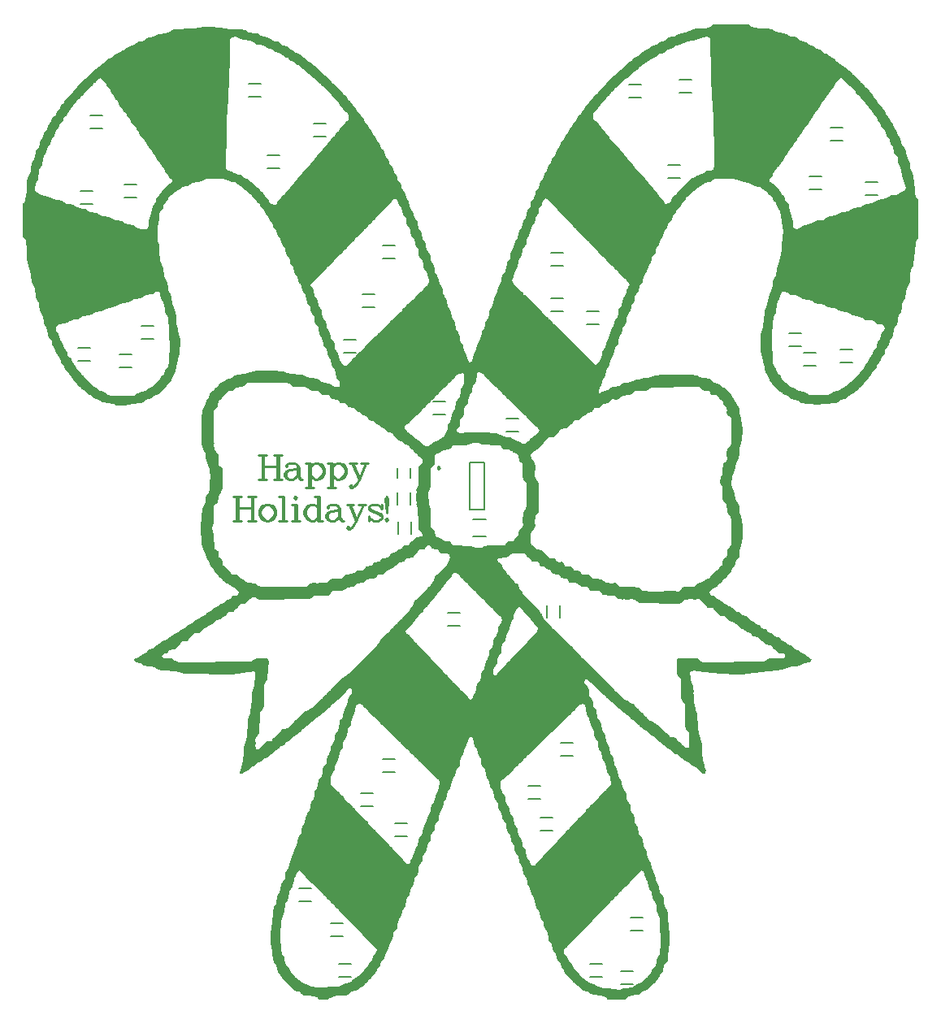
<source format=gto>
G04*
G04 #@! TF.GenerationSoftware,Altium Limited,Altium Designer,22.8.2 (66)*
G04*
G04 Layer_Color=65535*
%FSLAX25Y25*%
%MOIN*%
G70*
G04*
G04 #@! TF.SameCoordinates,5BBA7AF8-D70B-405A-A25D-C681712A1337*
G04*
G04*
G04 #@! TF.FilePolarity,Positive*
G04*
G01*
G75*
%ADD10C,0.00984*%
%ADD11C,0.00787*%
%ADD12C,0.01000*%
G36*
X298219Y399822D02*
X298397Y399466D01*
X298664Y399199D01*
X299555Y398842D01*
X300267Y398664D01*
X302761Y398308D01*
X305610Y398130D01*
X307480Y397863D01*
X309350Y396883D01*
X310775Y396527D01*
X312645Y396260D01*
X313535Y395904D01*
X314604Y395191D01*
X315583Y394924D01*
X316830Y394746D01*
X317809Y394479D01*
X318433Y394034D01*
X319145Y393321D01*
X320570Y392965D01*
X321549Y392698D01*
X321817Y392431D01*
X322084Y392342D01*
X322262Y391986D01*
X323063Y391541D01*
X323776Y391362D01*
X324933Y390917D01*
X325913Y389938D01*
X327338Y389581D01*
X328228Y389047D01*
X329296Y387979D01*
X330009Y387801D01*
X332324Y386198D01*
X333482Y385574D01*
X333660Y385218D01*
X334283Y384595D01*
X334639Y384417D01*
X335619Y383615D01*
X336064Y383170D01*
X336420Y382992D01*
X337667Y382280D01*
X338736Y381211D01*
X339092Y381033D01*
X340071Y380231D01*
X340695Y379430D01*
X341051Y379252D01*
X341674Y378807D01*
X341852Y378451D01*
X342654Y377649D01*
X343010Y377471D01*
X343811Y376670D01*
X343989Y376313D01*
X344256Y376046D01*
X344613Y375868D01*
X345414Y375067D01*
X345592Y374711D01*
X346394Y373909D01*
X346750Y373731D01*
X347462Y372662D01*
X348620Y371505D01*
X349332Y370258D01*
X350044Y369546D01*
X350223Y369190D01*
X351024Y367854D01*
X351380Y367676D01*
X352004Y367053D01*
X352894Y365450D01*
X353784Y364559D01*
X354230Y363402D01*
X354675Y362778D01*
X355387Y362066D01*
X355833Y360908D01*
X356278Y360285D01*
X356990Y359573D01*
X357792Y357346D01*
X358593Y356545D01*
X358949Y355655D01*
X359216Y354497D01*
X359840Y353517D01*
X360374Y352983D01*
X360730Y351736D01*
X360908Y350490D01*
X361799Y349243D01*
X362155Y348887D01*
X362511Y347462D01*
X362778Y345770D01*
X363936Y343544D01*
X364114Y342832D01*
X364292Y341051D01*
X364470Y340338D01*
X364826Y339448D01*
X365539Y337845D01*
X365717Y337133D01*
X365895Y335352D01*
X366162Y331879D01*
X366340Y330454D01*
X366518Y329564D01*
X367053Y328495D01*
X367676Y328228D01*
X367587Y312110D01*
X367231Y311932D01*
X366964Y311665D01*
X366429Y309884D01*
X366073Y307391D01*
X365895Y303473D01*
X365628Y301781D01*
X365450Y301069D01*
X364648Y299199D01*
X364292Y297061D01*
X364114Y294212D01*
X362867Y291541D01*
X362511Y290116D01*
X362244Y287712D01*
X361977Y287088D01*
X361264Y286020D01*
X360997Y285040D01*
X360819Y283615D01*
X360552Y281923D01*
X360196Y281567D01*
X360018Y281211D01*
X359305Y279608D01*
X359127Y278362D01*
X358860Y277026D01*
X357970Y275601D01*
X357524Y274622D01*
X357257Y272395D01*
X356901Y271505D01*
X356100Y270882D01*
X355744Y269991D01*
X355476Y268477D01*
X354764Y267409D01*
X354319Y266964D01*
X353963Y266073D01*
X353784Y265004D01*
X352894Y263758D01*
X352538Y263402D01*
X352182Y262155D01*
X351647Y261264D01*
X350935Y260552D01*
X350579Y259662D01*
X350401Y258949D01*
X348976Y257524D01*
X348264Y256278D01*
X347373Y255387D01*
X347195Y255031D01*
X346394Y253873D01*
X346127Y253784D01*
X345948Y253428D01*
X345236Y252716D01*
X345058Y252360D01*
X343544Y250846D01*
X343277Y250757D01*
X343099Y250401D01*
X342832Y250134D01*
X342476Y249956D01*
X342119Y249599D01*
X341763Y249421D01*
X340784Y248620D01*
X340338Y248175D01*
X339448Y247818D01*
X339092Y247640D01*
X338290Y247017D01*
X338112Y246661D01*
X337133Y246216D01*
X335708Y245859D01*
X334461Y244969D01*
X333571Y244613D01*
X332324Y244434D01*
X330543Y244256D01*
X329296Y244078D01*
X325913Y243900D01*
X323687Y244167D01*
X321906Y244345D01*
X320303Y244524D01*
X319590Y244702D01*
X318166Y245592D01*
X317008Y246037D01*
X315583Y246216D01*
X314604Y247017D01*
X314159Y247462D01*
X312378Y248175D01*
X311932Y248442D01*
X311754Y248798D01*
X311487Y249065D01*
X309884Y249956D01*
X309172Y251024D01*
X308816Y251202D01*
X308014Y251825D01*
X307658Y252716D01*
X307480Y253072D01*
X306679Y254052D01*
X306411Y254319D01*
X306055Y255566D01*
X305343Y256812D01*
X304987Y257168D01*
X304630Y258415D01*
X304452Y259662D01*
X304274Y260374D01*
X303918Y261621D01*
X303740Y262333D01*
X303473Y263313D01*
X303117Y264737D01*
X302939Y265806D01*
X302850Y271950D01*
X303028Y272484D01*
X303295Y273998D01*
X303473Y274711D01*
X303740Y275690D01*
X304007Y276848D01*
X304185Y277916D01*
X304363Y279341D01*
X304541Y281122D01*
X304719Y282725D01*
X305165Y283882D01*
X305699Y285129D01*
X306055Y286554D01*
X306501Y289136D01*
X306768Y289760D01*
X307658Y291719D01*
X307836Y292431D01*
X308014Y294212D01*
X308192Y295102D01*
X309261Y296883D01*
X309617Y299377D01*
X309795Y300801D01*
X310151Y301692D01*
X310686Y302939D01*
X311042Y304363D01*
X311398Y307391D01*
X311576Y310775D01*
X311754Y311309D01*
X311932Y313090D01*
X312110Y314337D01*
X311843Y317453D01*
X311665Y318166D01*
X311487Y319234D01*
X311309Y321371D01*
X310953Y323330D01*
X310508Y323954D01*
X310151Y324310D01*
X309617Y325556D01*
X309350Y326536D01*
X309083Y326803D01*
X308905Y327159D01*
X308548Y327338D01*
X308370Y327694D01*
X307480Y329296D01*
X307035Y329742D01*
X306679Y329920D01*
X306055Y330543D01*
X305877Y330899D01*
X305432Y331345D01*
X303829Y332235D01*
X302582Y333126D01*
X301870Y333304D01*
X300890Y333571D01*
X300000Y333927D01*
X297774Y334907D01*
X296082Y335174D01*
X295191Y335530D01*
X293321Y336331D01*
X291541Y336509D01*
X290294Y336687D01*
X284239Y336509D01*
X283704Y336331D01*
X282458Y335619D01*
X282101Y335263D01*
X281389Y335085D01*
X280142Y334907D01*
X279252Y334372D01*
X278362Y333482D01*
X277204Y333036D01*
X276581Y332591D01*
X275690Y331701D01*
X275334Y331523D01*
X274354Y330721D01*
X273464Y329831D01*
X273375Y329564D01*
X273019Y329386D01*
X272395Y328762D01*
X272217Y328406D01*
X271861Y328050D01*
X271683Y327694D01*
X271327Y327338D01*
X271238Y327070D01*
X270882Y326892D01*
X270080Y325556D01*
X269902Y325200D01*
X268477Y323776D01*
X268299Y323063D01*
X267498Y322084D01*
X267231Y321817D01*
X266874Y320926D01*
X266429Y319769D01*
X265272Y318611D01*
X265004Y317453D01*
X264648Y316563D01*
X263669Y315583D01*
X263313Y314337D01*
X263045Y313357D01*
X262778Y313090D01*
X262600Y312734D01*
X261888Y312021D01*
X261532Y310597D01*
X261264Y309617D01*
X260285Y308638D01*
X259929Y307213D01*
X259751Y306144D01*
X258949Y305165D01*
X258682Y304898D01*
X258326Y304007D01*
X258148Y303295D01*
X257881Y302315D01*
X257257Y301336D01*
X256545Y299733D01*
X256367Y298664D01*
X255655Y297418D01*
X255120Y296883D01*
X254942Y296171D01*
X254675Y294657D01*
X254408Y294034D01*
X253339Y292965D01*
X253161Y292253D01*
X252805Y290650D01*
X252004Y289670D01*
X251736Y289403D01*
X251380Y288157D01*
X251113Y286465D01*
X250846Y285841D01*
X249956Y284595D01*
X249777Y283882D01*
X249599Y282636D01*
X248709Y281033D01*
X247996Y279430D01*
X247818Y277827D01*
X247106Y276581D01*
X246750Y276224D01*
X246572Y275868D01*
X246394Y275334D01*
X246216Y274622D01*
X245948Y273286D01*
X245325Y272306D01*
X244613Y270704D01*
X244434Y268744D01*
X243633Y267765D01*
X243188Y267320D01*
X242832Y266073D01*
X242565Y264737D01*
X242208Y263847D01*
X241941Y263580D01*
X241763Y263224D01*
X241229Y261977D01*
X240962Y260285D01*
X240695Y259662D01*
X239893Y258682D01*
X239448Y257524D01*
X239181Y256011D01*
X238825Y255120D01*
X238379Y254497D01*
X237845Y253250D01*
X237667Y252004D01*
X236955Y250757D01*
X236420Y249510D01*
X236598Y248798D01*
X237044Y248709D01*
X237934Y249243D01*
X240071Y249777D01*
X241051Y250579D01*
X241318Y250846D01*
X242476Y251113D01*
X243544Y251291D01*
X244256Y251469D01*
X244880Y251736D01*
X246127Y252627D01*
X246839Y252805D01*
X248085Y252983D01*
X249510Y253161D01*
X251825Y254230D01*
X252538Y254408D01*
X254319Y254586D01*
X255031Y254764D01*
X256545Y255031D01*
X257435Y255209D01*
X259484Y255833D01*
X260730Y256011D01*
X261443Y256189D01*
X264292Y256367D01*
X275512Y256189D01*
X276046Y256011D01*
X276759Y255833D01*
X277916Y255387D01*
X279430Y254942D01*
X280142Y254764D01*
X281834Y254497D01*
X282814Y253873D01*
X283348Y253339D01*
X284239Y252983D01*
X285218Y252716D01*
X286198Y252093D01*
X286910Y251380D01*
X288513Y250490D01*
X288958Y249866D01*
X289403Y249421D01*
X289760Y249243D01*
X290561Y248442D01*
X291273Y247195D01*
X291986Y246483D01*
X292342Y245592D01*
X292787Y244434D01*
X293232Y243811D01*
X293767Y243277D01*
X294123Y242030D01*
X294390Y240338D01*
X294568Y239448D01*
X294746Y238379D01*
X295281Y235708D01*
X295459Y234639D01*
X295548Y232057D01*
X295370Y231523D01*
X295102Y229831D01*
X294746Y228050D01*
X294568Y227338D01*
X294390Y225735D01*
X294212Y223598D01*
X293945Y221906D01*
X293054Y219947D01*
X292520Y218166D01*
X292342Y216919D01*
X291897Y215761D01*
X291095Y214426D01*
X291006Y211131D01*
X291184Y210062D01*
X291452Y209439D01*
X292342Y207480D01*
X292609Y205076D01*
X292876Y204452D01*
X293678Y203473D01*
X294123Y202315D01*
X294301Y199822D01*
X294657Y198931D01*
X294835Y198219D01*
X295102Y196527D01*
X295281Y195815D01*
X295459Y194924D01*
X295637Y193856D01*
X295726Y189671D01*
X295548Y189136D01*
X295281Y187801D01*
X295102Y187088D01*
X294835Y186109D01*
X294301Y183972D01*
X294123Y181656D01*
X293232Y180410D01*
X292876Y180053D01*
X292520Y178807D01*
X292075Y177649D01*
X291273Y176848D01*
X291095Y176491D01*
X290739Y175601D01*
X290561Y175245D01*
X290116Y174622D01*
X289760Y174443D01*
X289314Y173998D01*
X289136Y173642D01*
X288335Y172662D01*
X287355Y171861D01*
X287177Y171505D01*
X286376Y170703D01*
X286020Y170525D01*
X285396Y169902D01*
X285218Y169546D01*
X284951Y169279D01*
X282992Y168210D01*
X282013Y167231D01*
X282191Y166162D01*
X282636Y165717D01*
X283615Y165450D01*
X284595Y164826D01*
X285129Y164292D01*
X286287Y163847D01*
X286910Y163402D01*
X287177Y163135D01*
X287355Y162778D01*
X288157Y162333D01*
X289314Y161888D01*
X289938Y161265D01*
X290294Y161086D01*
X292253Y160018D01*
X293321Y158949D01*
X294034Y158771D01*
X295281Y157881D01*
X295637Y157525D01*
X296794Y157079D01*
X297774Y156456D01*
X298219Y155833D01*
X299199Y155387D01*
X300445Y154675D01*
X301158Y153963D01*
X302315Y153517D01*
X302850Y153161D01*
X303028Y152805D01*
X303473Y152360D01*
X304363Y152004D01*
X305076Y151825D01*
X305699Y151380D01*
X305877Y151024D01*
X306322Y150579D01*
X307213Y150223D01*
X308103Y149688D01*
X308816Y148976D01*
X309706Y148620D01*
X310419Y148442D01*
X311220Y147640D01*
X311398Y147284D01*
X312378Y146839D01*
X313268Y146483D01*
X313980Y145770D01*
X314337Y145592D01*
X315227Y145236D01*
X316118Y144702D01*
X317186Y143633D01*
X318344Y143188D01*
X318967Y142743D01*
X319501Y142208D01*
X320748Y141674D01*
X321104Y141496D01*
X322084Y140695D01*
X322351Y140427D01*
X323598Y139715D01*
X323865Y139448D01*
X323687Y138735D01*
X322529Y138290D01*
X320837Y138023D01*
X318789Y137044D01*
X317364Y136687D01*
X315672Y136420D01*
X314604Y136242D01*
X313713Y136064D01*
X311487Y135085D01*
X309172Y134906D01*
X306679Y134728D01*
X306144Y134550D01*
X303028Y134283D01*
X302315Y134105D01*
X301247Y133927D01*
X299644Y133749D01*
X298219Y133571D01*
X294835Y133393D01*
X290294Y133304D01*
X289760Y133482D01*
X285307Y133660D01*
X284773Y133838D01*
X281745Y134016D01*
X281211Y134194D01*
X279430Y134372D01*
X277471Y134550D01*
X276937Y134728D01*
X275423Y134818D01*
X274711Y134639D01*
X273998Y134105D01*
X274176Y131434D01*
X274354Y130899D01*
X275067Y128584D01*
X275245Y127872D01*
X275423Y126091D01*
X275245Y125735D01*
X275423Y125200D01*
X275690Y121728D01*
X275868Y120837D01*
X276224Y118878D01*
X276581Y117988D01*
X276848Y117186D01*
X277026Y116474D01*
X277204Y112021D01*
X277382Y111487D01*
X277649Y109261D01*
X278183Y107124D01*
X278629Y105610D01*
X278807Y104898D01*
X278985Y99911D01*
X279163Y99377D01*
X279341Y98130D01*
X279786Y96260D01*
X280053Y95280D01*
X280410Y93856D01*
X280231Y92787D01*
X279964Y92520D01*
X279252Y92698D01*
X278005Y93945D01*
X277115Y94479D01*
X276224Y95370D01*
X274978Y95904D01*
X274622Y96082D01*
X273731Y96972D01*
X271772Y98041D01*
X271327Y98664D01*
X269546Y99733D01*
X268744Y100534D01*
X268032Y100712D01*
X267053Y101514D01*
X266251Y102315D01*
X265004Y103028D01*
X264292Y103740D01*
X263936Y103918D01*
X262689Y104630D01*
X261799Y105521D01*
X261443Y105699D01*
X260196Y106589D01*
X259751Y107213D01*
X259484Y107480D01*
X258237Y108192D01*
X257168Y109261D01*
X256812Y109439D01*
X255833Y110240D01*
X255387Y110686D01*
X255031Y110864D01*
X253784Y111576D01*
X253339Y112199D01*
X253072Y112467D01*
X252182Y113001D01*
X250757Y114426D01*
X249866Y114960D01*
X249421Y115405D01*
X249243Y115761D01*
X248175Y116474D01*
X247462Y117186D01*
X247373Y117453D01*
X247017Y117631D01*
X245859Y118433D01*
X245681Y118789D01*
X245414Y119056D01*
X245058Y119234D01*
X244702Y119590D01*
X244345Y119769D01*
X243099Y121015D01*
X242743Y121193D01*
X241763Y121995D01*
X240784Y122974D01*
X240427Y123152D01*
X239804Y123598D01*
X239626Y123954D01*
X238825Y124755D01*
X238468Y124933D01*
X237845Y125557D01*
X237667Y125913D01*
X236598Y126625D01*
X236064Y127159D01*
X235886Y127516D01*
X235263Y128139D01*
X234907Y128317D01*
X234461Y128762D01*
X234283Y129118D01*
X233660Y129742D01*
X233304Y129920D01*
X232680Y130365D01*
X232502Y130721D01*
X231879Y131345D01*
X230810Y131167D01*
X230721Y129831D01*
X231523Y128851D01*
X232502Y126803D01*
X232680Y124666D01*
X233571Y123419D01*
X233927Y122529D01*
X234105Y121817D01*
X234372Y120125D01*
X234818Y119501D01*
X235530Y118433D01*
X235975Y115672D01*
X236865Y114248D01*
X237133Y113980D01*
X237400Y112823D01*
X237756Y110508D01*
X238201Y109884D01*
X238736Y109350D01*
X238914Y108994D01*
X239092Y108459D01*
X239270Y107747D01*
X239448Y105788D01*
X240695Y104007D01*
X240873Y103295D01*
X241140Y101069D01*
X241763Y100089D01*
X242476Y99020D01*
X242921Y96260D01*
X243544Y95280D01*
X244256Y93678D01*
X244524Y91808D01*
X244880Y90917D01*
X245503Y90294D01*
X245859Y89403D01*
X246037Y88157D01*
X246216Y87444D01*
X246483Y86465D01*
X246750Y86198D01*
X246928Y85842D01*
X247462Y85307D01*
X247818Y83882D01*
X247996Y82280D01*
X248887Y80677D01*
X249421Y79430D01*
X249688Y77738D01*
X249866Y77026D01*
X250757Y75601D01*
X251202Y74087D01*
X251380Y72663D01*
X252627Y70704D01*
X252983Y68210D01*
X253339Y67320D01*
X254230Y66429D01*
X254586Y65539D01*
X254853Y63134D01*
X255209Y62244D01*
X255833Y61621D01*
X256011Y61264D01*
X256189Y60730D01*
X256367Y60018D01*
X256545Y58237D01*
X257257Y56990D01*
X257613Y56634D01*
X257970Y55743D01*
X258237Y53874D01*
X258415Y53161D01*
X259573Y50935D01*
X259751Y49688D01*
X259929Y48976D01*
X260641Y47729D01*
X261353Y46126D01*
X261710Y43811D01*
X262511Y42832D01*
X262778Y42565D01*
X263135Y41318D01*
X263313Y39181D01*
X263491Y38647D01*
X263936Y37489D01*
X264203Y37222D01*
X264737Y35441D01*
X264915Y33660D01*
X265182Y29831D01*
X265539Y26981D01*
X265628Y23865D01*
X265450Y23330D01*
X265182Y20392D01*
X264915Y17988D01*
X264737Y15672D01*
X264381Y15316D01*
X264203Y14960D01*
X263669Y14426D01*
X263313Y13535D01*
X263045Y12021D01*
X262778Y11398D01*
X261888Y10508D01*
X261532Y9617D01*
X260908Y8460D01*
X260552Y8281D01*
X259929Y7658D01*
X259751Y7302D01*
X259305Y6679D01*
X258949Y6500D01*
X258326Y5877D01*
X258148Y5521D01*
X257079Y4809D01*
X256545Y4274D01*
X256367Y3918D01*
X255387Y3473D01*
X254675Y3295D01*
X253696Y2493D01*
X253250Y2048D01*
X252004Y1870D01*
X249777Y1603D01*
X248353Y1069D01*
X247996Y712D01*
X247729Y-89D01*
X239982Y0D01*
X239804Y712D01*
X239537Y979D01*
X238647Y1336D01*
X237222Y1692D01*
X234907Y1870D01*
X233393Y2137D01*
X232769Y2582D01*
X232057Y3295D01*
X230365Y3562D01*
X229742Y3829D01*
X229296Y4274D01*
X229118Y4630D01*
X228673Y5076D01*
X227783Y5610D01*
X226536Y6857D01*
X226180Y7035D01*
X225913Y7302D01*
X225735Y7658D01*
X224132Y9261D01*
X223954Y9617D01*
X222707Y10864D01*
X222262Y12021D01*
X221817Y12645D01*
X221104Y13357D01*
X220748Y14604D01*
X220214Y15494D01*
X219501Y16207D01*
X219323Y16919D01*
X219145Y17453D01*
X218878Y18611D01*
X218433Y19234D01*
X218077Y19590D01*
X217899Y19947D01*
X217542Y20837D01*
X217364Y22084D01*
X217097Y23063D01*
X215939Y24221D01*
X215761Y25468D01*
X215494Y27159D01*
X215227Y27783D01*
X214426Y28762D01*
X214159Y29564D01*
X213980Y30276D01*
X213802Y31701D01*
X212912Y32947D01*
X212556Y33838D01*
X212199Y35263D01*
X212021Y36509D01*
X210953Y37578D01*
X210597Y38825D01*
X210330Y40695D01*
X209439Y42119D01*
X208994Y43099D01*
X208727Y44613D01*
X208370Y45503D01*
X208103Y45770D01*
X207925Y46126D01*
X207391Y47373D01*
X207213Y48085D01*
X206857Y49688D01*
X205610Y51469D01*
X205165Y54052D01*
X204452Y55120D01*
X204007Y56100D01*
X203829Y56812D01*
X203562Y58504D01*
X203117Y59127D01*
X202404Y59840D01*
X202048Y61264D01*
X201781Y62956D01*
X201158Y63936D01*
X200623Y64826D01*
X200445Y65539D01*
X200178Y67231D01*
X199555Y68210D01*
X199199Y68566D01*
X198842Y69457D01*
X198664Y70169D01*
X198397Y71861D01*
X198130Y72484D01*
X197418Y73197D01*
X197061Y74087D01*
X196883Y74800D01*
X196705Y76402D01*
X196349Y76759D01*
X196171Y77115D01*
X195637Y77649D01*
X195281Y79074D01*
X195102Y80499D01*
X194568Y81389D01*
X193856Y82102D01*
X193500Y83348D01*
X193232Y85396D01*
X192520Y86465D01*
X192253Y86732D01*
X191897Y87622D01*
X191630Y89314D01*
X191362Y89938D01*
X190561Y90917D01*
X190116Y92431D01*
X189849Y94123D01*
X189225Y95102D01*
X188691Y95637D01*
X188335Y97061D01*
X188068Y98575D01*
X187712Y99466D01*
X187444Y99733D01*
X187266Y100089D01*
X186732Y101336D01*
X186465Y102671D01*
X186198Y103295D01*
X185663Y103829D01*
X185485Y104185D01*
X185129Y105076D01*
X184862Y107124D01*
X184684Y107480D01*
X183972Y107658D01*
X183615Y107480D01*
X183170Y107035D01*
X182636Y105254D01*
X182191Y104096D01*
X181745Y103651D01*
X181389Y102404D01*
X181211Y101692D01*
X181033Y100623D01*
X179786Y98842D01*
X179608Y97596D01*
X179430Y95993D01*
X179074Y95637D01*
X178896Y95280D01*
X178183Y94568D01*
X177827Y93143D01*
X177649Y92075D01*
X176937Y90828D01*
X176224Y89225D01*
X176046Y87622D01*
X175512Y86732D01*
X175156Y86376D01*
X174978Y86020D01*
X174622Y85129D01*
X174354Y83437D01*
X173820Y82012D01*
X173019Y81211D01*
X172752Y80053D01*
X172573Y78985D01*
X172217Y78094D01*
X171505Y77026D01*
X171238Y76046D01*
X171060Y75334D01*
X170882Y73731D01*
X169813Y72663D01*
X169635Y72306D01*
X169457Y71772D01*
X169279Y71060D01*
X169101Y69635D01*
X168388Y68388D01*
X168032Y68032D01*
X167676Y67142D01*
X167409Y65093D01*
X166696Y64025D01*
X166429Y63758D01*
X166073Y62867D01*
X165806Y61175D01*
X165628Y60463D01*
X165004Y59483D01*
X164648Y59127D01*
X164292Y58237D01*
X164114Y56990D01*
X163669Y55833D01*
X162956Y54764D01*
X162689Y53963D01*
X162511Y52716D01*
X162244Y51380D01*
X161799Y50757D01*
X161265Y50223D01*
X160908Y49332D01*
X160463Y47284D01*
X160107Y46394D01*
X159840Y46126D01*
X159662Y45770D01*
X159127Y44524D01*
X158860Y43010D01*
X157970Y41585D01*
X157525Y40606D01*
X157168Y38290D01*
X156634Y37400D01*
X156100Y36865D01*
X155744Y35975D01*
X155566Y34728D01*
X155387Y34016D01*
X154675Y32769D01*
X154141Y31523D01*
X153963Y30810D01*
X153785Y29386D01*
X152894Y28139D01*
X152360Y27248D01*
X152182Y26002D01*
X151915Y24844D01*
X151647Y24221D01*
X151291Y23865D01*
X151113Y23508D01*
X150579Y22262D01*
X150312Y20748D01*
X150045Y20125D01*
X149510Y19590D01*
X149332Y19234D01*
X148798Y17988D01*
X148620Y16919D01*
X147818Y15939D01*
X147373Y15494D01*
X146750Y13802D01*
X146305Y13179D01*
X145592Y12467D01*
X145414Y11754D01*
X144880Y10864D01*
X143811Y9795D01*
X143277Y8905D01*
X142654Y8281D01*
X142297Y8103D01*
X142030Y7836D01*
X141852Y7480D01*
X141051Y6679D01*
X140695Y6500D01*
X140427Y6233D01*
X140249Y5877D01*
X139448Y5076D01*
X138735Y4898D01*
X137756Y4096D01*
X137489Y3829D01*
X136598Y3473D01*
X134996Y3117D01*
X134016Y2315D01*
X133749Y2048D01*
X132502Y1692D01*
X128851Y1425D01*
X127961Y1247D01*
X127248Y1069D01*
X126358Y712D01*
X125468Y178D01*
X125378Y-89D01*
X121549Y0D01*
X121104Y801D01*
X119323Y1336D01*
X118077Y1514D01*
X115405Y1692D01*
X114426Y2315D01*
X114248Y2671D01*
X113802Y3117D01*
X112645Y3384D01*
X111754Y3740D01*
X110953Y4719D01*
X109706Y5610D01*
X107836Y7480D01*
X107658Y7836D01*
X106857Y8638D01*
X106500Y8816D01*
X106055Y9795D01*
X105699Y10686D01*
X104987Y11398D01*
X104808Y11754D01*
X104630Y12289D01*
X104452Y13001D01*
X104185Y13980D01*
X103562Y14960D01*
X103206Y15316D01*
X102849Y16563D01*
X102671Y19056D01*
X102493Y19590D01*
X102226Y21995D01*
X102048Y22885D01*
X101870Y24310D01*
X101781Y26536D01*
X101959Y27070D01*
X102226Y29653D01*
X102404Y31256D01*
X102582Y32680D01*
X102761Y34461D01*
X102939Y36420D01*
X103117Y37133D01*
X103384Y37756D01*
X104096Y39359D01*
X104274Y40071D01*
X104452Y41852D01*
X104808Y42743D01*
X105699Y43989D01*
X106055Y44880D01*
X106233Y47373D01*
X107836Y49688D01*
X108014Y52004D01*
X109261Y53963D01*
X109617Y55387D01*
X109884Y56723D01*
X110686Y58237D01*
X111042Y59127D01*
X111220Y59840D01*
X111487Y61353D01*
X112556Y63134D01*
X112823Y64114D01*
X113179Y66429D01*
X113535Y66785D01*
X113713Y67142D01*
X114069Y67498D01*
X114426Y68388D01*
X114604Y69101D01*
X114871Y70793D01*
X115227Y71683D01*
X115494Y71950D01*
X115672Y72306D01*
X116028Y72663D01*
X116385Y74087D01*
X116563Y75512D01*
X116741Y76046D01*
X116919Y76402D01*
X117809Y77649D01*
X118077Y78807D01*
X118255Y79875D01*
X118433Y80588D01*
X118700Y81211D01*
X119412Y82280D01*
X119769Y83526D01*
X120036Y85218D01*
X120926Y86643D01*
X121371Y87801D01*
X121639Y89849D01*
X121995Y90739D01*
X122796Y91540D01*
X123152Y92431D01*
X123330Y94212D01*
X123598Y95191D01*
X124221Y96171D01*
X124755Y97061D01*
X124933Y97774D01*
X125200Y99466D01*
X125557Y100356D01*
X125824Y100623D01*
X126002Y100979D01*
X126536Y102226D01*
X126714Y103473D01*
X127159Y104630D01*
X127961Y105966D01*
X128139Y106678D01*
X128317Y107925D01*
X128673Y109350D01*
X129475Y110329D01*
X129920Y111487D01*
X130098Y113268D01*
X130276Y114158D01*
X130721Y114960D01*
X130988Y115049D01*
X131167Y115405D01*
X131523Y115761D01*
X131701Y116474D01*
X131879Y117720D01*
X132146Y119056D01*
X132591Y119679D01*
X133304Y120748D01*
X133482Y121995D01*
X133660Y122707D01*
X133838Y123776D01*
X134194Y124132D01*
X134372Y124488D01*
X134728Y124844D01*
X135085Y125735D01*
X135263Y126981D01*
X134818Y127605D01*
X133749Y127427D01*
X132858Y126358D01*
X129475Y122974D01*
X129118Y122796D01*
X127694Y121371D01*
X127338Y121193D01*
X126536Y120392D01*
X126358Y120036D01*
X126091Y119769D01*
X125735Y119590D01*
X124755Y118789D01*
X124132Y117988D01*
X123241Y117453D01*
X122351Y116563D01*
X121995Y116385D01*
X120392Y115138D01*
X119858Y114604D01*
X119501Y114426D01*
X119145Y114069D01*
X118789Y113891D01*
X117720Y112823D01*
X116830Y112288D01*
X116385Y111843D01*
X116207Y111487D01*
X114604Y110418D01*
X114426Y110062D01*
X113802Y109439D01*
X112556Y108727D01*
X111665Y107836D01*
X110418Y107124D01*
X109528Y106233D01*
X109172Y106055D01*
X108014Y105254D01*
X107836Y104898D01*
X107213Y104274D01*
X105699Y103473D01*
X105521Y103117D01*
X105254Y102849D01*
X103651Y101959D01*
X102761Y101069D01*
X101514Y100356D01*
X100445Y99288D01*
X99555Y98931D01*
X98664Y98397D01*
X97952Y97685D01*
X96349Y96794D01*
X95280Y95726D01*
X94568Y95548D01*
X93410Y94746D01*
X93232Y94390D01*
X91095Y93322D01*
X90294Y92520D01*
X89582Y92698D01*
X89314Y92965D01*
X89492Y94034D01*
X90027Y95280D01*
X90205Y96527D01*
X90561Y97952D01*
X90739Y100801D01*
X90917Y103473D01*
X91273Y104363D01*
X91808Y106500D01*
X92075Y108014D01*
X92253Y109973D01*
X92431Y111576D01*
X92609Y114782D01*
X93410Y117364D01*
X93589Y118077D01*
X93767Y119858D01*
X93945Y121104D01*
X94123Y121817D01*
X94301Y126091D01*
X94479Y126625D01*
X95191Y128940D01*
X95370Y129653D01*
X95726Y132146D01*
X95548Y134105D01*
X95102Y134550D01*
X92965Y134372D01*
X92431Y134194D01*
X90472Y134016D01*
X89938Y133838D01*
X89225Y133660D01*
X87979Y133482D01*
X86198Y133304D01*
X67142Y133482D01*
X66607Y133660D01*
X64559Y134105D01*
X62778Y134461D01*
X61175Y134639D01*
X60107Y134818D01*
X57257Y134996D01*
X56367Y135174D01*
X55387Y135619D01*
X54141Y136153D01*
X52894Y136509D01*
X52182Y136687D01*
X50045Y136865D01*
X48798Y137756D01*
X48085Y137934D01*
X46750Y138201D01*
X46126Y138646D01*
X46037Y139448D01*
X46661Y140071D01*
X47640Y140338D01*
X48709Y141051D01*
X49154Y141496D01*
X50312Y141941D01*
X50935Y142386D01*
X51202Y142654D01*
X51380Y143010D01*
X52182Y143455D01*
X53606Y143989D01*
X54497Y144880D01*
X55387Y145236D01*
X56278Y145770D01*
X57346Y146839D01*
X58326Y147106D01*
X59305Y147729D01*
X59840Y148264D01*
X60730Y148620D01*
X61621Y149154D01*
X61888Y149421D01*
X62066Y149777D01*
X62333Y150045D01*
X63223Y150401D01*
X63936Y150579D01*
X65004Y151647D01*
X65895Y152004D01*
X67142Y152716D01*
X67587Y153339D01*
X68744Y153785D01*
X69635Y154319D01*
X70525Y155209D01*
X72484Y156278D01*
X73197Y156990D01*
X74176Y157257D01*
X74800Y157703D01*
X75423Y158326D01*
X75512Y158593D01*
X76402Y158949D01*
X77115Y159127D01*
X78094Y159929D01*
X78361Y160196D01*
X80321Y161265D01*
X81211Y162155D01*
X81923Y162333D01*
X83170Y163045D01*
X83882Y163758D01*
X84595Y163936D01*
X85752Y164737D01*
X85931Y165094D01*
X86376Y165539D01*
X87622Y165717D01*
X88513Y166073D01*
X88780Y167052D01*
X87622Y168566D01*
X86376Y169101D01*
X85129Y169813D01*
X84417Y170525D01*
X84061Y170703D01*
X82814Y171416D01*
X82547Y171683D01*
X82369Y172039D01*
X81745Y172662D01*
X81389Y172841D01*
X80588Y173642D01*
X80410Y173998D01*
X79163Y175245D01*
X78985Y175601D01*
X78272Y176848D01*
X77204Y177916D01*
X76937Y178896D01*
X76581Y179786D01*
X75779Y180588D01*
X75423Y181478D01*
X74978Y183348D01*
X74622Y184239D01*
X74354Y184506D01*
X73642Y186821D01*
X73464Y190205D01*
X73286Y190739D01*
X73375Y193678D01*
X73286Y195726D01*
X73464Y196260D01*
X73642Y198041D01*
X73820Y201247D01*
X75067Y203918D01*
X75334Y205788D01*
X75512Y206501D01*
X76135Y207480D01*
X76491Y207836D01*
X76848Y209083D01*
X77026Y210864D01*
X77204Y215316D01*
X77026Y216028D01*
X76848Y217809D01*
X76670Y218344D01*
X75423Y221015D01*
X75245Y222262D01*
X75067Y223865D01*
X74711Y224755D01*
X73909Y226981D01*
X73642Y227961D01*
X73464Y237400D01*
X73642Y237934D01*
X73820Y241496D01*
X75067Y244167D01*
X75423Y245592D01*
X75601Y245948D01*
X76402Y246928D01*
X76670Y247195D01*
X77293Y248887D01*
X77827Y249421D01*
X78183Y249599D01*
X78629Y250044D01*
X78807Y250401D01*
X79074Y250846D01*
X79430Y251024D01*
X80410Y251825D01*
X81211Y252805D01*
X82369Y253250D01*
X82992Y253696D01*
X83526Y254230D01*
X84773Y254586D01*
X85931Y255031D01*
X86554Y255476D01*
X87088Y256011D01*
X88513Y256367D01*
X90828Y256545D01*
X91362Y256723D01*
X93322Y257257D01*
X94746Y257613D01*
X95993Y257792D01*
X98308Y257970D01*
X104719Y257792D01*
X105254Y257613D01*
X107391Y257435D01*
X108638Y256901D01*
X110775Y256545D01*
X113891Y256278D01*
X114782Y256100D01*
X116207Y255566D01*
X117097Y255209D01*
X118077Y254942D01*
X118789Y254764D01*
X121015Y254497D01*
X121639Y254230D01*
X122885Y253339D01*
X124310Y252983D01*
X125824Y252716D01*
X126714Y252360D01*
X127516Y251558D01*
X128406Y251202D01*
X130009Y251380D01*
X130276Y251647D01*
X130098Y253428D01*
X129297Y254408D01*
X128851Y255387D01*
X128495Y256812D01*
X128228Y258148D01*
X127516Y259216D01*
X127248Y259484D01*
X126892Y260374D01*
X126625Y262422D01*
X126180Y263045D01*
X125824Y263402D01*
X125646Y263758D01*
X125289Y264648D01*
X125111Y265361D01*
X124933Y266785D01*
X124043Y268032D01*
X123687Y268388D01*
X123509Y269101D01*
X123330Y270347D01*
X123063Y271327D01*
X122618Y271950D01*
X122262Y272306D01*
X121906Y273197D01*
X121728Y274444D01*
X121549Y275512D01*
X120748Y276491D01*
X120303Y276937D01*
X119947Y278362D01*
X119769Y279964D01*
X118878Y281211D01*
X118344Y282458D01*
X118166Y284239D01*
X117364Y285218D01*
X117097Y285307D01*
X116919Y285663D01*
X116741Y286198D01*
X116563Y286910D01*
X116385Y288869D01*
X115583Y289849D01*
X115316Y290116D01*
X114960Y291006D01*
X114693Y292520D01*
X114069Y293499D01*
X113713Y293678D01*
X113535Y294034D01*
X113179Y294924D01*
X112912Y296438D01*
X112467Y297061D01*
X111843Y297507D01*
X111398Y298664D01*
X111220Y300267D01*
X109973Y302048D01*
X109795Y302761D01*
X109439Y304363D01*
X108638Y305343D01*
X108192Y306322D01*
X108014Y307035D01*
X107747Y308192D01*
X107480Y308459D01*
X107302Y308816D01*
X107035Y309083D01*
X106768Y309172D01*
X106411Y310062D01*
X105966Y311932D01*
X104808Y313090D01*
X104363Y315138D01*
X103918Y315761D01*
X103295Y316207D01*
X102849Y317364D01*
X102671Y318433D01*
X101603Y319501D01*
X101247Y320392D01*
X100534Y321638D01*
X100267Y321906D01*
X99911Y322084D01*
X99466Y323063D01*
X99288Y323776D01*
X98842Y324399D01*
X98486Y324577D01*
X98041Y325022D01*
X97240Y326536D01*
X96883Y326714D01*
X96260Y327338D01*
X96082Y327694D01*
X95726Y328050D01*
X95637Y328317D01*
X95280Y328495D01*
X94479Y329296D01*
X94301Y329653D01*
X93856Y330098D01*
X93499Y330276D01*
X92253Y331523D01*
X91006Y332235D01*
X90561Y332858D01*
X90116Y333304D01*
X88513Y334194D01*
X87801Y334907D01*
X87088Y335085D01*
X85842Y335263D01*
X84417Y335797D01*
X83170Y336331D01*
X82458Y336509D01*
X81211Y336687D01*
X75512Y336509D01*
X74622Y336153D01*
X74265Y335975D01*
X73375Y335441D01*
X72663Y335263D01*
X71416Y335085D01*
X69813Y334907D01*
X68834Y334105D01*
X68032Y333660D01*
X67320Y333482D01*
X65806Y333215D01*
X65183Y332769D01*
X64826Y332413D01*
X64470Y332235D01*
X62155Y330988D01*
X61888Y330721D01*
X61710Y330365D01*
X61264Y329920D01*
X60908Y329742D01*
X60107Y329118D01*
X59751Y328228D01*
X59038Y326981D01*
X58326Y326269D01*
X57970Y325378D01*
X57792Y324666D01*
X56634Y322974D01*
X56367Y321995D01*
X56189Y319679D01*
X56011Y318967D01*
X55833Y317899D01*
X55655Y317364D01*
X55476Y316118D01*
X55655Y310953D01*
X55833Y310419D01*
X56100Y309261D01*
X56278Y306055D01*
X56456Y304096D01*
X56634Y303028D01*
X56990Y302137D01*
X57970Y299911D01*
X58148Y297061D01*
X58326Y296527D01*
X59573Y293856D01*
X59751Y292075D01*
X59929Y291362D01*
X60196Y290205D01*
X60908Y289136D01*
X61353Y288157D01*
X61621Y285218D01*
X62155Y283793D01*
X62956Y281923D01*
X63134Y280142D01*
X63313Y276937D01*
X63491Y276402D01*
X63758Y275067D01*
X64025Y274265D01*
X64381Y272841D01*
X64737Y270704D01*
X64559Y264470D01*
X64203Y263580D01*
X63936Y262600D01*
X63758Y261888D01*
X63491Y260908D01*
X63134Y259484D01*
X62956Y257524D01*
X62066Y256278D01*
X61532Y255031D01*
X61353Y254319D01*
X61175Y253963D01*
X60107Y252894D01*
X59929Y252538D01*
X59395Y251647D01*
X58771Y251024D01*
X58415Y250846D01*
X57525Y249777D01*
X56545Y248976D01*
X56189Y248620D01*
X56100Y248353D01*
X55743Y248175D01*
X53963Y247462D01*
X53072Y246572D01*
X51647Y246216D01*
X50668Y245948D01*
X50401Y245681D01*
X50134Y245592D01*
X49955Y245236D01*
X49688Y244969D01*
X48442Y244613D01*
X44880Y244256D01*
X43989Y243900D01*
X41852Y243544D01*
X38468Y243722D01*
X37578Y244078D01*
X36865Y244256D01*
X35619Y244434D01*
X32947Y244791D01*
X31968Y245592D01*
X31701Y245859D01*
X30454Y246216D01*
X29564Y246572D01*
X28317Y247818D01*
X27605Y247996D01*
X26625Y248798D01*
X26180Y249243D01*
X25824Y249421D01*
X24577Y250312D01*
X24310Y250579D01*
X24132Y250935D01*
X23686Y251380D01*
X23330Y251558D01*
X22707Y252182D01*
X22529Y252538D01*
X21104Y253963D01*
X20926Y254319D01*
X19769Y256011D01*
X19501Y256100D01*
X19323Y256456D01*
X18611Y257703D01*
X18344Y257970D01*
X17988Y258148D01*
X17542Y258593D01*
X17275Y259573D01*
X16652Y260552D01*
X15939Y261264D01*
X15761Y261977D01*
X15227Y263402D01*
X14515Y264114D01*
X13980Y265361D01*
X13713Y266340D01*
X13090Y267320D01*
X12734Y267676D01*
X12378Y268566D01*
X12200Y269991D01*
X11665Y270882D01*
X10953Y271594D01*
X10597Y272484D01*
X10329Y274533D01*
X9973Y275423D01*
X9261Y276491D01*
X8994Y277471D01*
X8816Y278183D01*
X8548Y279875D01*
X8192Y280766D01*
X7925Y281033D01*
X7747Y281389D01*
X7213Y282636D01*
X6946Y284862D01*
X6768Y285574D01*
X6144Y286554D01*
X5610Y287801D01*
X5432Y288513D01*
X5254Y291184D01*
X5076Y291719D01*
X3829Y294390D01*
X3651Y297239D01*
X3384Y298753D01*
X2671Y300534D01*
X2404Y301336D01*
X2226Y302048D01*
X2048Y303829D01*
X1781Y308727D01*
X1603Y310330D01*
X1425Y311220D01*
X891Y312288D01*
X89Y312556D01*
X178Y326536D01*
X891Y326714D01*
X1158Y327516D01*
X1336Y328228D01*
X1870Y331256D01*
X2048Y335174D01*
X2226Y336955D01*
X3473Y339626D01*
X3651Y340873D01*
X3829Y343010D01*
X4541Y344256D01*
X4898Y344613D01*
X5254Y345503D01*
X5521Y347729D01*
X5877Y348620D01*
X6857Y349599D01*
X7124Y350757D01*
X7302Y351647D01*
X7569Y352271D01*
X8370Y353250D01*
X8638Y354052D01*
X8816Y354764D01*
X9261Y355922D01*
X10240Y356901D01*
X10597Y358148D01*
X11309Y359395D01*
X12021Y360107D01*
X12289Y361264D01*
X12823Y362155D01*
X13179Y362333D01*
X13802Y362956D01*
X14248Y364114D01*
X15138Y365182D01*
X15405Y365450D01*
X15850Y366607D01*
X16207Y367142D01*
X16563Y367320D01*
X17186Y367943D01*
X17720Y368833D01*
X18967Y370080D01*
X19501Y370971D01*
X20570Y372039D01*
X20748Y372395D01*
X21549Y373375D01*
X22529Y374354D01*
X22707Y374711D01*
X23152Y375334D01*
X23508Y375512D01*
X24666Y376670D01*
X24844Y377026D01*
X25913Y377738D01*
X27426Y379252D01*
X27783Y379430D01*
X29029Y380677D01*
X29386Y380855D01*
X30365Y381656D01*
X31166Y382458D01*
X31523Y382636D01*
X32502Y383437D01*
X32769Y383882D01*
X33126Y384061D01*
X34372Y384773D01*
X35441Y385841D01*
X36598Y386287D01*
X37222Y386732D01*
X37934Y387444D01*
X38825Y387801D01*
X40071Y388513D01*
X40784Y389225D01*
X41496Y389403D01*
X42743Y390116D01*
X43277Y390650D01*
X44167Y391006D01*
X44880Y391184D01*
X45770Y391541D01*
X46750Y392342D01*
X47729Y392787D01*
X49243Y393054D01*
X49866Y393321D01*
X50223Y393678D01*
X50579Y393856D01*
X50935Y394212D01*
X52360Y394568D01*
X53785Y394746D01*
X55743Y395993D01*
X58771Y396349D01*
X59483Y396527D01*
X60641Y396972D01*
X60908Y397239D01*
X61264Y397418D01*
X62155Y397774D01*
X62867Y397952D01*
X69457Y398130D01*
X69991Y398308D01*
X72752Y398575D01*
X73820Y398753D01*
X79074Y398842D01*
X79608Y398664D01*
X81923Y398486D01*
X82458Y398308D01*
X86287Y398041D01*
X90383Y397863D01*
X91095Y397685D01*
X91719Y397418D01*
X92787Y396705D01*
X93499Y396527D01*
X94746Y396349D01*
X97061Y396171D01*
X98041Y395370D01*
X98308Y395102D01*
X99199Y394746D01*
X100445Y394568D01*
X101425Y394301D01*
X102048Y394034D01*
X103028Y393232D01*
X103829Y392965D01*
X105254Y392787D01*
X106233Y391986D01*
X106857Y391362D01*
X107569Y391184D01*
X108548Y390917D01*
X109172Y390472D01*
X109617Y389849D01*
X110775Y389403D01*
X111665Y388869D01*
X112199Y388335D01*
X112556Y388157D01*
X113802Y387622D01*
X114158Y387444D01*
X115405Y386198D01*
X116652Y385485D01*
X117542Y384595D01*
X118789Y383882D01*
X119679Y382992D01*
X120036Y382814D01*
X121193Y382013D01*
X121371Y381656D01*
X122173Y380855D01*
X123063Y380321D01*
X123509Y379697D01*
X123954Y379252D01*
X124310Y379074D01*
X125111Y378273D01*
X125200Y378005D01*
X125557Y377827D01*
X126892Y376491D01*
X126981Y376224D01*
X127338Y376046D01*
X127694Y375690D01*
X128050Y375512D01*
X128762Y374444D01*
X129118Y374265D01*
X129920Y373464D01*
X130098Y373108D01*
X130721Y372484D01*
X131078Y372306D01*
X131523Y371861D01*
X131701Y371505D01*
X131968Y371060D01*
X132324Y370882D01*
X133126Y370080D01*
X133660Y369190D01*
X134283Y368566D01*
X134550Y368477D01*
X134728Y368121D01*
X135441Y366874D01*
X136509Y365806D01*
X137222Y364559D01*
X138290Y363491D01*
X138825Y362600D01*
X139448Y361977D01*
X139715Y361888D01*
X139893Y361532D01*
X140605Y359751D01*
X141496Y358860D01*
X142208Y357435D01*
X142297Y357346D01*
X142654Y357168D01*
X143277Y356545D01*
X143633Y355655D01*
X143811Y354942D01*
X144880Y353873D01*
X145236Y352983D01*
X145948Y351736D01*
X146483Y351202D01*
X146839Y350312D01*
X147284Y349154D01*
X147818Y348620D01*
X148175Y348442D01*
X148620Y347462D01*
X148887Y346304D01*
X149332Y345681D01*
X150045Y344969D01*
X150401Y343722D01*
X150579Y343010D01*
X151380Y342030D01*
X151825Y341585D01*
X152093Y340427D01*
X152538Y339270D01*
X153428Y338379D01*
X153785Y337133D01*
X153963Y336242D01*
X154764Y335263D01*
X155209Y334818D01*
X155476Y333660D01*
X155655Y332769D01*
X156278Y331790D01*
X156634Y331612D01*
X156812Y331256D01*
X157168Y330365D01*
X157435Y328851D01*
X158593Y327159D01*
X158949Y325735D01*
X159127Y324488D01*
X159662Y323954D01*
X159840Y323598D01*
X160196Y323241D01*
X160552Y321995D01*
X160819Y320837D01*
X161265Y320214D01*
X161799Y319679D01*
X162155Y318789D01*
X162333Y318077D01*
X162511Y316296D01*
X162867Y315939D01*
X163045Y315583D01*
X163402Y315227D01*
X163758Y314337D01*
X163936Y313624D01*
X164203Y312288D01*
X164559Y311398D01*
X165182Y310775D01*
X165539Y309528D01*
X165717Y308816D01*
X165984Y307480D01*
X166696Y306411D01*
X167142Y305966D01*
X167409Y304809D01*
X167587Y303384D01*
X167943Y302493D01*
X168566Y301870D01*
X168922Y300979D01*
X169101Y299733D01*
X169368Y298397D01*
X169991Y297418D01*
X170347Y297061D01*
X170703Y295815D01*
X170882Y295102D01*
X171149Y293589D01*
X171772Y292609D01*
X172128Y292253D01*
X172484Y291362D01*
X172662Y289581D01*
X173108Y288424D01*
X173375Y288157D01*
X173553Y287801D01*
X173909Y287444D01*
X174176Y286465D01*
X174532Y284328D01*
X175156Y283348D01*
X175868Y281745D01*
X176135Y279875D01*
X176402Y279252D01*
X177293Y278362D01*
X177649Y277471D01*
X177916Y275067D01*
X178183Y274444D01*
X178985Y273464D01*
X179252Y272662D01*
X179430Y271950D01*
X179697Y270436D01*
X180053Y269546D01*
X180766Y268477D01*
X181033Y267498D01*
X181478Y265628D01*
X182280Y264292D01*
X182636Y262867D01*
X183081Y261710D01*
X183437Y261353D01*
X184328Y261532D01*
X184595Y261799D01*
X184951Y263224D01*
X185129Y264470D01*
X186376Y266429D01*
X186643Y268121D01*
X186821Y268833D01*
X187177Y269724D01*
X187622Y270169D01*
X187979Y271060D01*
X188157Y271772D01*
X188424Y273286D01*
X188691Y273909D01*
X189582Y275156D01*
X189760Y276402D01*
X189938Y277115D01*
X190116Y278362D01*
X190472Y278718D01*
X190650Y279074D01*
X191184Y279608D01*
X191452Y280588D01*
X191630Y282013D01*
X191808Y282903D01*
X192431Y283882D01*
X192965Y284417D01*
X193322Y285841D01*
X193500Y287266D01*
X193856Y288157D01*
X194034Y288513D01*
X194390Y288869D01*
X194924Y290116D01*
X195192Y291808D01*
X195548Y292698D01*
X196260Y293767D01*
X196527Y294568D01*
X196705Y295281D01*
X196883Y297061D01*
X197685Y298041D01*
X197952Y298308D01*
X198130Y298664D01*
X198308Y299199D01*
X198486Y299911D01*
X198753Y301781D01*
X199377Y302761D01*
X199733Y303117D01*
X200089Y304007D01*
X200356Y305699D01*
X200712Y306590D01*
X201692Y308459D01*
X201870Y309706D01*
X202137Y310864D01*
X203295Y312378D01*
X203651Y313802D01*
X203918Y315316D01*
X204541Y316296D01*
X204898Y316652D01*
X205254Y317899D01*
X205521Y319234D01*
X205788Y319858D01*
X206501Y320570D01*
X206857Y321460D01*
X207035Y322173D01*
X207302Y323509D01*
X208192Y324933D01*
X208459Y325200D01*
X208638Y326447D01*
X208905Y327605D01*
X209795Y328673D01*
X210062Y328940D01*
X210419Y330187D01*
X210597Y331256D01*
X211487Y332502D01*
X211843Y332858D01*
X212199Y334283D01*
X212645Y335441D01*
X213268Y336064D01*
X213446Y336420D01*
X213802Y337311D01*
X214070Y338290D01*
X214337Y338914D01*
X214693Y339270D01*
X214871Y339626D01*
X215227Y339982D01*
X215583Y340873D01*
X215761Y341941D01*
X216563Y342921D01*
X217008Y343366D01*
X217364Y344613D01*
X218077Y345859D01*
X218611Y346394D01*
X219412Y348620D01*
X220392Y349599D01*
X220748Y350846D01*
X221371Y352004D01*
X221727Y352182D01*
X221995Y352449D01*
X222173Y352805D01*
X222529Y353696D01*
X223152Y354853D01*
X223509Y355031D01*
X224132Y356189D01*
X224844Y357435D01*
X225467Y357881D01*
X225913Y358860D01*
X226536Y360018D01*
X226892Y360196D01*
X227159Y360463D01*
X228228Y362422D01*
X228940Y362956D01*
X229118Y363313D01*
X230009Y364559D01*
X230365Y364915D01*
X230543Y365272D01*
X231256Y366518D01*
X232502Y367765D01*
X233215Y369012D01*
X233482Y369279D01*
X233838Y369457D01*
X234105Y369724D01*
X234283Y370080D01*
X234639Y370436D01*
X234818Y370793D01*
X235441Y371238D01*
X235886Y371683D01*
X236064Y372039D01*
X237667Y373642D01*
X237845Y373998D01*
X239448Y375601D01*
X239626Y375957D01*
X242743Y379074D01*
X243099Y379252D01*
X243455Y379608D01*
X243811Y379786D01*
X245236Y381211D01*
X245592Y381389D01*
X246839Y382636D01*
X247195Y382814D01*
X247818Y383259D01*
X247996Y383615D01*
X248798Y384417D01*
X249956Y385040D01*
X250134Y385396D01*
X250579Y385841D01*
X252538Y386910D01*
X253428Y387801D01*
X254675Y388513D01*
X255566Y389403D01*
X256278Y389581D01*
X257524Y390294D01*
X258059Y390828D01*
X258949Y391184D01*
X260374Y391719D01*
X261264Y392609D01*
X262511Y392965D01*
X263491Y393232D01*
X265361Y394568D01*
X266607Y394746D01*
X267587Y395013D01*
X268566Y395637D01*
X270169Y396349D01*
X272217Y396616D01*
X272930Y396794D01*
X274444Y397596D01*
X275334Y397952D01*
X276581Y398130D01*
X280677Y398308D01*
X281211Y398486D01*
X282191Y398753D01*
X283081Y399466D01*
X283170Y399911D01*
X298219Y399822D01*
D02*
G37*
%LPC*%
G36*
X87444Y394746D02*
X86020Y394568D01*
X85574Y394123D01*
X85396Y393410D01*
X85307Y391006D01*
X85396Y387890D01*
X85218Y387355D01*
X85040Y376313D01*
X84862Y375779D01*
X84684Y371861D01*
X84417Y369635D01*
X84239Y365004D01*
X84061Y360730D01*
X83882Y354497D01*
X83704Y343099D01*
X83615Y340873D01*
X84417Y339893D01*
X85752Y339626D01*
X86643Y339270D01*
X86910Y339003D01*
X87266Y338825D01*
X88513Y338290D01*
X89938Y338112D01*
X90917Y337311D01*
X91095Y336955D01*
X92075Y336509D01*
X93232Y336064D01*
X93589Y335708D01*
X93767Y335352D01*
X94034Y335085D01*
X95280Y334372D01*
X95726Y333927D01*
X95904Y333571D01*
X96349Y333126D01*
X96705Y332947D01*
X97507Y332146D01*
X97685Y331790D01*
X98130Y331345D01*
X98486Y331167D01*
X98931Y330721D01*
X99644Y329475D01*
X99911Y329207D01*
X100267Y329029D01*
X101069Y327694D01*
X101247Y327338D01*
X102048Y326358D01*
X102404Y326180D01*
X103295Y325824D01*
X104007Y326002D01*
X104452Y326447D01*
X104630Y327159D01*
X105432Y328139D01*
X105788Y328317D01*
X106055Y328584D01*
X106233Y328940D01*
X106857Y329742D01*
X107213Y329920D01*
X107836Y330543D01*
X108014Y330899D01*
X108816Y331879D01*
X109617Y332680D01*
X109795Y333036D01*
X110597Y334016D01*
X111398Y334818D01*
X111576Y335174D01*
X112823Y336420D01*
X113001Y336776D01*
X113802Y337934D01*
X114158Y338112D01*
X114604Y338557D01*
X114782Y338914D01*
X115583Y339893D01*
X116563Y340873D01*
X116741Y341229D01*
X118166Y342654D01*
X118344Y343010D01*
X119769Y344434D01*
X119947Y344791D01*
X120837Y346037D01*
X121906Y347106D01*
X122084Y347462D01*
X123152Y348531D01*
X123330Y348887D01*
X124132Y349866D01*
X124933Y350668D01*
X125111Y351024D01*
X125913Y352004D01*
X126536Y352449D01*
X126714Y352805D01*
X127516Y353784D01*
X127872Y353963D01*
X128317Y354408D01*
X128495Y354764D01*
X129297Y355744D01*
X129653Y355922D01*
X129920Y356189D01*
X130632Y357435D01*
X131879Y358682D01*
X132057Y359038D01*
X132413Y359395D01*
X132591Y359751D01*
X133215Y360196D01*
X133838Y360819D01*
X134016Y361532D01*
X133838Y362600D01*
X133215Y363758D01*
X132858Y363936D01*
X132057Y364737D01*
X131523Y365628D01*
X130276Y366874D01*
X129742Y367765D01*
X128673Y368833D01*
X128495Y369190D01*
X128139Y369546D01*
X127961Y369902D01*
X127338Y370347D01*
X126892Y370971D01*
X126091Y371950D01*
X123598Y374444D01*
X123241Y374622D01*
X122618Y375245D01*
X122529Y375512D01*
X122173Y375690D01*
X121282Y376581D01*
X120926Y376759D01*
X119679Y378005D01*
X119323Y378183D01*
X118255Y379252D01*
X116741Y380053D01*
X116563Y380410D01*
X116118Y381033D01*
X115761Y381211D01*
X114604Y382013D01*
X114426Y382369D01*
X113980Y382814D01*
X112378Y383704D01*
X111843Y384239D01*
X111487Y384417D01*
X110597Y384773D01*
X109706Y385307D01*
X109261Y385752D01*
X109083Y386109D01*
X108459Y386376D01*
X108281D01*
X107035Y387088D01*
X106144Y387979D01*
X104987Y388246D01*
X104274Y388424D01*
X104007Y388691D01*
X103651Y388869D01*
X102939Y389581D01*
X101692Y389938D01*
X100712Y390205D01*
X100089Y390650D01*
X99020Y391362D01*
X97774Y391541D01*
X96349Y391719D01*
X95370Y392520D01*
X94390Y392965D01*
X93678Y393143D01*
X90917Y393410D01*
X89492Y393767D01*
X87444Y394746D01*
D02*
G37*
G36*
X335886Y377827D02*
X335174Y377649D01*
X334550Y377026D01*
X334372Y376670D01*
X333838Y376135D01*
X332769Y374176D01*
X332502Y373909D01*
X332146Y373731D01*
X330988Y371683D01*
X330454Y371149D01*
X329386Y369190D01*
X328317Y368121D01*
X327605Y366874D01*
X327248Y366518D01*
X327070Y366162D01*
X326002Y364203D01*
X325378Y363758D01*
X325111Y363491D01*
X324221Y361888D01*
X323687Y361353D01*
X323509Y360997D01*
X322618Y359395D01*
X321549Y358326D01*
X320837Y357079D01*
X320125Y356367D01*
X319769Y355476D01*
X319056Y354230D01*
X318522Y353873D01*
X318344Y353517D01*
X317453Y351915D01*
X316830Y351469D01*
X316563Y351202D01*
X316118Y350044D01*
X315672Y349421D01*
X314960Y348709D01*
X313891Y346750D01*
X313268Y346304D01*
X312110Y344256D01*
X311576Y343722D01*
X311220Y342832D01*
X310686Y341941D01*
X310419Y341674D01*
X310062Y341496D01*
X309617Y341051D01*
X308727Y339448D01*
X308014Y338736D01*
X307836Y338023D01*
X306946Y336776D01*
X306590Y336420D01*
X306411Y335708D01*
X306857Y335085D01*
X308459Y334194D01*
X310686Y331968D01*
X310864Y331612D01*
X311576Y330365D01*
X312021Y329920D01*
X312378Y329742D01*
X312645Y329475D01*
X313001Y328228D01*
X313268Y327248D01*
X314426Y326091D01*
X314604Y325378D01*
X314782Y323598D01*
X315583Y321371D01*
X316207Y319323D01*
X316385Y316652D01*
X316830Y316207D01*
X317542Y316028D01*
X318611Y316207D01*
X318967Y316563D01*
X319323Y316741D01*
X319858Y317275D01*
X321104Y317631D01*
X322351Y317809D01*
X323687Y318077D01*
X324755Y318789D01*
X325022Y319056D01*
X326269Y319412D01*
X328495Y319679D01*
X329920Y320570D01*
X330187Y320837D01*
X331612Y321193D01*
X333304Y321460D01*
X334194Y321817D01*
X334818Y322262D01*
X335174Y322618D01*
X336598Y322974D01*
X338736Y323152D01*
X339982Y324043D01*
X341229Y324577D01*
X343010Y324755D01*
X343989Y325022D01*
X344969Y325646D01*
X345325Y326002D01*
X346572Y326358D01*
X348709Y326536D01*
X350401Y327694D01*
X351380Y327961D01*
X352627Y328139D01*
X354230Y328495D01*
X355476Y329386D01*
X356723Y329742D01*
X358593Y330009D01*
X359216Y330276D01*
X360285Y330988D01*
X362244Y332057D01*
X362511Y332858D01*
X362244Y333838D01*
X361799Y334818D01*
X361443Y335708D01*
X361086Y336955D01*
X360908Y337667D01*
X360641Y340249D01*
X360285Y341140D01*
X359840Y341763D01*
X359484Y342654D01*
X359305Y343366D01*
X359127Y345147D01*
X358771Y345859D01*
Y346037D01*
X357703Y347106D01*
X357524Y347818D01*
X357257Y349510D01*
X356634Y350490D01*
X356278Y350846D01*
X355744Y352627D01*
X355387Y353517D01*
X354675Y354230D01*
X354497Y354586D01*
X354141Y355476D01*
X353873Y356456D01*
X352716Y357613D01*
X352360Y358504D01*
X351915Y359662D01*
X350935Y360641D01*
X350490Y361799D01*
X350044Y362422D01*
X349599Y362867D01*
X349332Y362956D01*
X349154Y363313D01*
X348264Y364915D01*
X347373Y365806D01*
X346661Y367053D01*
X346394Y367320D01*
X346037Y367498D01*
X345770Y367765D01*
X345236Y368655D01*
X344613Y369279D01*
X344256Y369457D01*
X343989Y369724D01*
X343811Y370080D01*
X343010Y371060D01*
X342030Y372039D01*
X341852Y372395D01*
X339804Y374444D01*
X339448Y374622D01*
X338825Y375245D01*
X338647Y375601D01*
X338379Y375868D01*
X338023Y376046D01*
X337222Y376848D01*
X337044Y377204D01*
X336598Y377649D01*
X335886Y377827D01*
D02*
G37*
G36*
X32235D02*
X31166Y377649D01*
X30899Y377382D01*
X30721Y377026D01*
X30098Y376224D01*
X29742Y376046D01*
X29296Y375779D01*
X29118Y375423D01*
X28762Y375067D01*
X28584Y374711D01*
X27516Y373998D01*
X27338Y373642D01*
X26981Y373286D01*
X26892Y373019D01*
X26536Y372841D01*
X26180Y372484D01*
X25824Y372306D01*
X25111Y371238D01*
X24755Y370882D01*
X24399Y370704D01*
X23954Y370258D01*
X23776Y369902D01*
X23330Y369279D01*
X22974Y369101D01*
X22351Y368477D01*
X22173Y368121D01*
X21371Y367142D01*
X20748Y366696D01*
X19858Y365093D01*
X19145Y364381D01*
X18166Y362511D01*
X17809Y362333D01*
X17008Y361532D01*
X16741Y360552D01*
X16296Y359929D01*
X15583Y359216D01*
X14960Y357524D01*
X14604Y356990D01*
X14248Y356812D01*
X13802Y356367D01*
X13624Y355120D01*
X13268Y354230D01*
X12467Y353428D01*
X12200Y353339D01*
X11843Y351915D01*
X11665Y350846D01*
X10419Y349599D01*
X10240Y348887D01*
X10062Y347640D01*
X9706Y346750D01*
X8905Y345770D01*
X8460Y344613D01*
X8281Y342297D01*
X7480Y341318D01*
X7035Y340338D01*
X6857Y339626D01*
X6589Y337044D01*
X6411Y336331D01*
X6055Y335441D01*
X5521Y334016D01*
X5076Y332858D01*
X5254Y331790D01*
X6055Y330988D01*
X6411Y330810D01*
X6768Y330454D01*
X7124Y330276D01*
X8370Y329742D01*
X9083Y329564D01*
X10686Y329386D01*
X12289Y328495D01*
X13179Y328139D01*
X13891Y327961D01*
X15138Y327783D01*
X16117Y327516D01*
X17097Y326892D01*
X18344Y326358D01*
X19590Y326180D01*
X20748Y325913D01*
X21817Y325200D01*
X22796Y324755D01*
X24043Y324577D01*
X24755Y324399D01*
X25824Y324221D01*
X27248Y323330D01*
X28139Y322974D01*
X30721Y322529D01*
X31345Y322262D01*
X31701Y321906D01*
X32947Y321371D01*
X33660Y321193D01*
X33838D01*
X35530Y320926D01*
X36153Y320659D01*
X37400Y319769D01*
X38112Y319590D01*
X39359Y319412D01*
X40873Y319145D01*
X41941Y318433D01*
X42208Y318166D01*
X43455Y317809D01*
X45503Y317542D01*
X46394Y317186D01*
X47017Y316741D01*
X48620Y316028D01*
X49866Y315850D01*
X51113Y316028D01*
X51558Y316474D01*
X51736Y317186D01*
X51915Y319679D01*
X52627Y321282D01*
X52983Y322529D01*
X53339Y323954D01*
X53517Y325378D01*
X54764Y327159D01*
X54942Y327872D01*
X55387Y329029D01*
X56367Y330009D01*
X57079Y331256D01*
X58326Y332502D01*
X58504Y332858D01*
X59573Y333749D01*
X60552Y334728D01*
X61443Y335263D01*
X61532Y336064D01*
X61264Y336509D01*
X60908Y336687D01*
X60285Y337311D01*
X59573Y338557D01*
X58682Y339448D01*
X58148Y340873D01*
X57703Y341496D01*
X57346Y341674D01*
X57079Y341941D01*
X56278Y343633D01*
X55922Y343811D01*
X55298Y344434D01*
X54942Y345325D01*
X54230Y346572D01*
X53695Y346928D01*
X53517Y347284D01*
X52805Y348531D01*
X51915Y349421D01*
X50846Y351380D01*
X50134Y352093D01*
X49243Y353696D01*
X48620Y354141D01*
X48353Y354408D01*
X47907Y355566D01*
X47462Y356189D01*
X46928Y356723D01*
X46750Y357079D01*
X45859Y358682D01*
X44969Y359395D01*
X44613Y360285D01*
X44078Y361175D01*
X43366Y361888D01*
X43010Y362778D01*
X42832Y363135D01*
X42386Y363758D01*
X42030Y363936D01*
X41585Y364381D01*
X41229Y365272D01*
X41051Y365628D01*
X39982Y366696D01*
X39626Y367587D01*
X39003Y368744D01*
X38647Y368922D01*
X38201Y369368D01*
X37845Y370258D01*
X37667Y370614D01*
X37400Y371060D01*
X37044Y371238D01*
X36420Y371861D01*
X35797Y373553D01*
X35263Y374087D01*
X34907Y374265D01*
X34105Y375779D01*
X33037Y376848D01*
X32858Y377204D01*
X32235Y377827D01*
D02*
G37*
G36*
X281033Y394746D02*
X279074Y394568D01*
X278540Y394390D01*
X277382Y393945D01*
X276402Y393499D01*
X275156Y393321D01*
X274444Y393143D01*
X273019Y392965D01*
X269991Y391541D01*
X268299Y391273D01*
X267320Y390650D01*
X267142Y390294D01*
X266785Y390116D01*
X265895Y389760D01*
X264292Y389403D01*
X263224Y388335D01*
X262333Y387979D01*
X261264Y387801D01*
X260285Y386999D01*
X259840Y386554D01*
X259127Y386376D01*
X257881Y385663D01*
X256990Y384773D01*
X255833Y384328D01*
X255120Y383793D01*
X254942Y383437D01*
X253606Y382636D01*
X253250Y382458D01*
X252983Y382191D01*
X252805Y381834D01*
X252360Y381389D01*
X251113Y380677D01*
X250223Y379786D01*
X249866Y379608D01*
X249510Y379252D01*
X249154Y379074D01*
X248085Y378005D01*
X247907D01*
X247818Y377916D01*
X247551Y377649D01*
X247195Y377471D01*
X245592Y375868D01*
X245236Y375690D01*
X244791Y375245D01*
X244613Y374889D01*
X243811Y374087D01*
X243455Y373909D01*
X243010Y373464D01*
X242832Y373108D01*
X242030Y372306D01*
X241674Y372128D01*
X241407Y371861D01*
X241229Y371505D01*
X240873Y371149D01*
X240784Y370882D01*
X240427Y370704D01*
X239626Y369902D01*
X239448Y369546D01*
X238647Y368566D01*
X237845Y367765D01*
X237667Y367409D01*
X237311Y367053D01*
X237133Y366696D01*
X236242Y365806D01*
X236064Y365450D01*
X235263Y364292D01*
X234907Y364114D01*
X234283Y363491D01*
X234105Y362244D01*
X234283Y361175D01*
X235085Y360374D01*
X235441Y360196D01*
X235886Y359751D01*
X236420Y358860D01*
X237489Y357792D01*
X237667Y357435D01*
X238468Y356456D01*
X239092Y355833D01*
X239270Y355476D01*
X240071Y354497D01*
X240873Y353696D01*
X241051Y353339D01*
X241852Y352360D01*
X243010Y351202D01*
X243188Y350846D01*
X243633Y350401D01*
X243989Y350223D01*
X244256Y349956D01*
X244434Y349599D01*
X245236Y348620D01*
X246216Y347640D01*
X246750Y346750D01*
X247017Y346483D01*
X247373Y346304D01*
X247640Y346037D01*
X248353Y344791D01*
X249599Y343544D01*
X249777Y343188D01*
X250579Y342208D01*
X251380Y341407D01*
X251915Y340516D01*
X252182Y340249D01*
X252538Y340071D01*
X252983Y339626D01*
X253161Y339270D01*
X254586Y337845D01*
X254764Y337489D01*
X255566Y336509D01*
X255922Y336331D01*
X256367Y335886D01*
X256901Y334996D01*
X257970Y333927D01*
X258148Y333571D01*
X258949Y332591D01*
X259395Y332146D01*
X259573Y331790D01*
X259929Y331434D01*
X260107Y331078D01*
X260463Y330721D01*
X260641Y330365D01*
X261175Y330009D01*
X261353Y329653D01*
X261710Y329296D01*
X261888Y328940D01*
X262956Y327872D01*
X263135Y327516D01*
X263669Y326625D01*
X263936Y326358D01*
X265182Y326536D01*
X266162Y327516D01*
X266340Y327872D01*
X267231Y329475D01*
X267498Y329742D01*
X267854Y329920D01*
X268655Y330721D01*
X268833Y331078D01*
X270436Y332680D01*
X270614Y333036D01*
X270882Y333304D01*
X271238Y333482D01*
X272662Y334907D01*
X273019Y335085D01*
X273820Y335886D01*
X273998Y336242D01*
X274265Y336509D01*
X275957Y337133D01*
X276759Y337934D01*
X278005Y338290D01*
X278718Y338468D01*
X279608Y339003D01*
X280321Y339715D01*
X281033Y339893D01*
X282280Y340071D01*
X283170Y340249D01*
X283615Y340695D01*
X283972Y341941D01*
X283793Y347462D01*
X283526Y360374D01*
X283170Y368032D01*
X282992Y369635D01*
X282814Y372128D01*
X282636Y376224D01*
X282458Y379964D01*
X282280Y393321D01*
X282101Y394034D01*
X281745Y394568D01*
X281033Y394746D01*
D02*
G37*
G36*
X214604Y328495D02*
X213802Y327872D01*
X213624Y327159D01*
X213357Y326180D01*
X213090Y325913D01*
X212912Y325556D01*
X212378Y325022D01*
X212021Y323776D01*
X211754Y322440D01*
X211131Y321460D01*
X210597Y320570D01*
X210419Y319858D01*
X210240Y318433D01*
X209350Y317186D01*
X208816Y316652D01*
X208638Y315405D01*
X208370Y314248D01*
X208014Y313357D01*
X207569Y312912D01*
X207035Y311665D01*
X206857Y309884D01*
X206322Y308994D01*
X205788Y308459D01*
X205610Y308103D01*
X205254Y307213D01*
X204987Y305165D01*
X204719Y304541D01*
X203918Y303562D01*
X203651Y302761D01*
X203473Y302048D01*
X203295Y300801D01*
Y300623D01*
X202582Y299377D01*
X201870Y297774D01*
X201692Y296171D01*
X200801Y294924D01*
X201514Y293678D01*
X202048Y293143D01*
X202226Y292787D01*
X202671Y292342D01*
X203028Y292164D01*
X203651Y291541D01*
X203829Y291184D01*
X204452Y290561D01*
X204809Y290383D01*
X205432Y289760D01*
X205610Y289403D01*
X206055Y288958D01*
X206411Y288780D01*
X213357Y281834D01*
X213713Y281656D01*
X214159Y281033D01*
X214960Y280231D01*
X215316Y280053D01*
X215761Y279608D01*
X215939Y279252D01*
X216385Y278807D01*
X216741Y278629D01*
X217542Y277827D01*
X217720Y277471D01*
X218166Y277026D01*
X218522Y276848D01*
X219145Y276224D01*
X219323Y275868D01*
X219769Y275423D01*
X220125Y275245D01*
X225467Y269902D01*
X225824Y269724D01*
X233927Y261621D01*
X234105Y261264D01*
X234728Y260463D01*
X235263Y260285D01*
X236064Y260908D01*
X236242Y261264D01*
X236598Y261621D01*
X236776Y261977D01*
X237311Y262511D01*
X237667Y263402D01*
X237845Y264114D01*
X238023Y265539D01*
X238557Y266429D01*
X239270Y267498D01*
X239448Y268744D01*
X239804Y270169D01*
X240160Y270525D01*
X240338Y270882D01*
X240695Y271238D01*
X241051Y272484D01*
X241229Y273197D01*
X241496Y274533D01*
X241941Y275156D01*
X242654Y276224D01*
X243010Y277649D01*
X243188Y278718D01*
X244078Y279964D01*
X244434Y280855D01*
X244613Y282636D01*
X244969Y283526D01*
X245770Y284506D01*
X246037Y284773D01*
X246394Y286198D01*
X246661Y287533D01*
X247284Y288513D01*
X247818Y289760D01*
X247996Y290472D01*
X248175Y291719D01*
X248531Y292075D01*
X248709Y292431D01*
X249065Y292787D01*
X248887Y293499D01*
X247996Y294746D01*
X247818Y295102D01*
X247195Y295726D01*
X246839Y295904D01*
X246394Y296349D01*
X246216Y296705D01*
X245592Y297329D01*
X245236Y297507D01*
X244613Y298130D01*
X244434Y298486D01*
X243811Y299110D01*
X243455Y299288D01*
X243010Y299733D01*
X242832Y300089D01*
X242030Y300890D01*
X241674Y301069D01*
X241229Y301514D01*
X241051Y301870D01*
X240249Y302671D01*
X239893Y302850D01*
X239626Y303117D01*
X239448Y303473D01*
X239181Y303918D01*
X238825Y304096D01*
X238468Y304452D01*
X238112Y304630D01*
X237222Y305699D01*
X236865Y306055D01*
X236509Y306233D01*
X236242Y306501D01*
X236064Y306857D01*
X235263Y307836D01*
X234907Y308014D01*
X234461Y308459D01*
X234283Y308816D01*
X232680Y310419D01*
X232502Y310775D01*
X232235Y311042D01*
X231879Y311220D01*
X231078Y312021D01*
X230899Y312378D01*
X230276Y313001D01*
X229920Y313179D01*
X229475Y313624D01*
X229296Y313980D01*
X227338Y315939D01*
X227248Y316207D01*
X226892Y316385D01*
X225913Y317364D01*
X225735Y317720D01*
X224933Y318522D01*
X224666Y318611D01*
X224488Y318967D01*
X222529Y320926D01*
X222351Y321282D01*
X219947Y323687D01*
X219679Y323776D01*
X219501Y324132D01*
X216474Y327159D01*
X216296Y327516D01*
X215494Y328317D01*
X214604Y328495D01*
D02*
G37*
G36*
X153517Y328317D02*
X152271Y328139D01*
X151647Y327516D01*
X151469Y327159D01*
X149866Y325556D01*
X149777Y325289D01*
X149421Y325111D01*
X148442Y324132D01*
X148264Y323776D01*
X147818Y323330D01*
X147462Y323152D01*
X146839Y322529D01*
X146661Y322173D01*
X146037Y321549D01*
X145681Y321371D01*
X144969Y320303D01*
X144434Y319769D01*
X144078Y319590D01*
X143633Y319145D01*
X143455Y318789D01*
X142654Y317987D01*
X142297Y317809D01*
X141852Y317364D01*
X141674Y317008D01*
X140873Y316207D01*
X140516Y316028D01*
X140249Y315761D01*
X140071Y315405D01*
X139092Y314426D01*
X138735Y314248D01*
X138112Y313446D01*
X138023Y313179D01*
X137667Y313001D01*
X137311Y312645D01*
X136955Y312467D01*
X136242Y311398D01*
X135886Y311042D01*
X135530Y310864D01*
X135085Y310419D01*
X134906Y310062D01*
X134283Y309439D01*
X133927Y309261D01*
X133304Y308638D01*
X133126Y308281D01*
X132502Y307658D01*
X132146Y307480D01*
X131701Y307035D01*
X131523Y306679D01*
X130543Y305699D01*
X130276Y305610D01*
X130098Y305254D01*
X128940Y304096D01*
X128584Y303918D01*
X127872Y302850D01*
X127516Y302493D01*
X127159Y302315D01*
X126536Y301692D01*
X126358Y301336D01*
X125735Y300712D01*
X125378Y300534D01*
X124933Y300089D01*
X124755Y299733D01*
X124132Y299110D01*
X123776Y298931D01*
X123152Y298308D01*
X122974Y297952D01*
X122173Y297150D01*
X121906Y297061D01*
X121728Y296705D01*
X118522Y293499D01*
X118344Y292965D01*
X119145Y291986D01*
X119590Y291006D01*
X119769Y288691D01*
X120570Y287712D01*
X120837Y287444D01*
X121193Y286554D01*
X121460Y284684D01*
X122084Y283704D01*
X122440Y283348D01*
X122796Y282458D01*
X122974Y281211D01*
X123241Y279875D01*
X123687Y279252D01*
X124221Y278718D01*
X124577Y277827D01*
X124755Y276581D01*
X124933Y275512D01*
X125468Y274978D01*
X125646Y274622D01*
X126002Y274265D01*
X126269Y273286D01*
X126447Y272395D01*
X126625Y271327D01*
X126892Y270704D01*
X127783Y269813D01*
X128139Y268566D01*
X128317Y266785D01*
X129564Y265004D01*
X129742Y263758D01*
X130098Y262333D01*
X130899Y261353D01*
X131790Y259929D01*
X132324Y259751D01*
X133036Y259929D01*
X133660Y260552D01*
X133838Y260908D01*
X134105Y261353D01*
X134461Y261532D01*
X135085Y262155D01*
X135263Y262511D01*
X135886Y263135D01*
X136242Y263313D01*
X136865Y263936D01*
X137044Y264292D01*
X137667Y264915D01*
X138023Y265093D01*
X138646Y265717D01*
X138825Y266073D01*
X139092Y266340D01*
X139448Y266518D01*
X140605Y267676D01*
X140695Y267943D01*
X141051Y268121D01*
X143989Y271060D01*
X144167Y271416D01*
X144791Y271861D01*
X145770Y272841D01*
X145859Y273108D01*
X146215Y273286D01*
X149777Y276848D01*
X150134Y277026D01*
X150579Y277471D01*
X150757Y277827D01*
X151380Y278451D01*
X151736Y278629D01*
X152360Y279252D01*
X152538Y279608D01*
X153161Y280231D01*
X153517Y280410D01*
X153963Y280855D01*
X154141Y281211D01*
X154764Y281834D01*
X155120Y282013D01*
X155744Y282636D01*
X155922Y282992D01*
X156367Y283437D01*
X156723Y283615D01*
X157525Y284417D01*
X157703Y284773D01*
X158148Y285218D01*
X158504Y285396D01*
X159305Y286198D01*
X159484Y286554D01*
X159751Y286821D01*
X160107Y286999D01*
X161086Y287979D01*
X161265Y288335D01*
X161532Y288602D01*
X161888Y288780D01*
X162689Y289581D01*
X162867Y289938D01*
X163135Y290205D01*
X163491Y290383D01*
X164470Y291362D01*
X164648Y291719D01*
X164915Y291986D01*
X165272Y292164D01*
X165895Y292609D01*
X166073Y292965D01*
X166964Y294390D01*
X166785Y295459D01*
X166429Y295815D01*
X166073Y297239D01*
X165895Y298664D01*
X165182Y299377D01*
X165004Y299733D01*
X164648Y300623D01*
X164470Y301870D01*
X164203Y303028D01*
X163758Y303651D01*
X163045Y304363D01*
X162689Y305788D01*
X162511Y307747D01*
X162155Y308103D01*
X161977Y308459D01*
X161443Y308994D01*
X161086Y309884D01*
X160819Y311754D01*
X160196Y312734D01*
X159662Y313268D01*
X159395Y314426D01*
X159305Y315583D01*
X159216Y315672D01*
X159038Y316385D01*
X158771Y316652D01*
X158593Y317008D01*
X158059Y317542D01*
X157703Y318433D01*
X157435Y320125D01*
X157168Y320748D01*
X156812Y321104D01*
X156634Y321460D01*
X156278Y321817D01*
X155922Y323241D01*
X155655Y324577D01*
X155209Y325200D01*
X154675Y325735D01*
X154319Y326981D01*
X153963Y327872D01*
X153517Y328317D01*
D02*
G37*
G36*
X108638Y252983D02*
X92431Y252805D01*
X90828Y251558D01*
X89938Y251202D01*
X87622Y251024D01*
X86910Y249777D01*
X85931Y249510D01*
X84951Y249599D01*
X84061Y249065D01*
X83437Y248085D01*
X82369Y247195D01*
X82012Y246839D01*
X81834Y246483D01*
X81567Y246216D01*
X81211Y246037D01*
X80410Y245414D01*
X80231Y243099D01*
X79163Y242387D01*
X78807Y242030D01*
X78629Y241318D01*
X78718Y239448D01*
X78629Y228851D01*
X78807Y228673D01*
X78629Y228495D01*
X78807Y228317D01*
X78629Y227783D01*
X78807Y225646D01*
X80410Y223330D01*
X80588Y219234D01*
X81211Y218611D01*
X82012Y218166D01*
X82191Y217453D01*
X82102Y215405D01*
X82191Y209439D01*
X82012Y208905D01*
X81478Y208014D01*
X81122Y207658D01*
X80944Y207302D01*
X80410Y206055D01*
X80231Y203918D01*
X79786Y203473D01*
X79430Y203295D01*
X78807Y202850D01*
X78629Y202137D01*
X78718Y199733D01*
X78540Y195102D01*
X78183Y194212D01*
X77916Y193411D01*
X78094Y191986D01*
X78629Y190739D01*
X78807Y185040D01*
X79252Y184595D01*
X80142Y184061D01*
X80410Y183793D01*
X80588Y181478D01*
X80855Y181211D01*
X81745Y180677D01*
X82012Y180410D01*
X82191Y179697D01*
X82102Y178896D01*
X82280Y178183D01*
X82636Y177827D01*
X83526Y177293D01*
X83793Y177026D01*
X83972Y176670D01*
X84773Y175868D01*
X85129Y175690D01*
X85396Y175423D01*
X85574Y175067D01*
X86198Y174265D01*
X88335Y174087D01*
X88958Y173464D01*
X89136Y173108D01*
X89760Y172484D01*
X90739Y172217D01*
X91362Y171772D01*
X91897Y171238D01*
X92787Y170882D01*
X95637Y170703D01*
X96616Y169902D01*
X96883Y169635D01*
X97240Y169457D01*
X98130Y169101D01*
X116474Y169279D01*
X116830Y169635D01*
X117186Y169813D01*
X117898Y170525D01*
X120036Y170882D01*
X121104Y170703D01*
X121639Y170882D01*
X125022Y171060D01*
X126002Y171861D01*
X126269Y172128D01*
X127516Y172484D01*
X128673Y172573D01*
X130899Y172484D01*
X131701Y173108D01*
X132235Y173998D01*
X133036Y174265D01*
X135352Y174443D01*
X135708Y174800D01*
X136064Y174978D01*
X136776Y175690D01*
X137489Y175868D01*
X139804Y176046D01*
X140249Y176491D01*
X140784Y177382D01*
X141051Y177649D01*
X143188Y177827D01*
X143811Y178451D01*
X144256Y179252D01*
X146750Y179608D01*
X147017Y179875D01*
X147551Y180766D01*
X147818Y181033D01*
X150134Y181211D01*
X150846Y182280D01*
X151380Y182814D01*
X152360Y183081D01*
X153339Y183704D01*
X153695Y184061D01*
X154586Y184417D01*
X155476Y184951D01*
X155744Y185218D01*
X156189Y186020D01*
X156901Y186198D01*
X158682Y186376D01*
X159395Y187444D01*
X159929Y187979D01*
X160285Y188157D01*
X160908Y188780D01*
X161086Y189136D01*
X161532Y189582D01*
X163847Y189760D01*
X164114Y190027D01*
X164292Y190739D01*
X164025Y191719D01*
X162689Y193054D01*
X162511Y195370D01*
X162333Y201603D01*
X161799Y202493D01*
X161621Y203206D01*
X161799Y203740D01*
X161621Y205343D01*
X161443Y205877D01*
X161710Y207035D01*
X161799Y208370D01*
X161621Y208905D01*
X162511Y210864D01*
X162689Y218522D01*
X163135Y219323D01*
X163491Y219501D01*
X163580Y219590D01*
X164114Y220125D01*
X164292Y221371D01*
X163847Y221995D01*
X162956Y222529D01*
X162511Y222974D01*
X162333Y223330D01*
X161888Y223776D01*
X161532Y223954D01*
X160730Y224755D01*
X160552Y225111D01*
X160107Y225556D01*
X159751Y225735D01*
X159127Y226358D01*
X158949Y226714D01*
X158504Y227159D01*
X157614Y227516D01*
X156723Y228050D01*
X156189Y228584D01*
X154497Y229207D01*
X154141Y229564D01*
X153963Y229920D01*
X153695Y230365D01*
X153339Y230543D01*
X152360Y231345D01*
X152182Y231701D01*
X151915Y232146D01*
X151558Y232324D01*
X151024Y232502D01*
X150312Y232680D01*
X149955Y232858D01*
X149243Y233571D01*
X148887Y233749D01*
X147640Y234461D01*
X147195Y234907D01*
X147017Y235263D01*
X146572Y235708D01*
X145681Y236064D01*
X144791Y236598D01*
X144434Y236955D01*
X144078Y237133D01*
X143544Y237311D01*
X142654Y237667D01*
X142030Y238290D01*
X141852Y238647D01*
X141229Y239270D01*
X140071Y239537D01*
X139181Y240071D01*
X139092Y240338D01*
X138735Y240516D01*
X137133Y241407D01*
X136509Y242387D01*
X136242Y242654D01*
X133927Y242832D01*
X133660Y243099D01*
X133036Y244256D01*
X132324Y244434D01*
X130543Y244613D01*
X130276Y244880D01*
X130098Y245236D01*
X129475Y246037D01*
X127159Y246216D01*
X126892Y246483D01*
X126358Y247373D01*
X125913Y247818D01*
X123241Y247996D01*
X122262Y248798D01*
X121817Y249243D01*
X121104Y249421D01*
X120125Y249510D01*
X119679Y249421D01*
X119145Y249599D01*
X118077Y249777D01*
X117097Y250579D01*
X116830Y250846D01*
X115939Y251202D01*
X111131Y251380D01*
X109528Y252627D01*
X108638Y252983D01*
D02*
G37*
G36*
X277115Y251380D02*
X276402Y251202D01*
X258059Y251024D01*
X257703Y250668D01*
X257346Y250490D01*
X256634Y249777D01*
X255922Y249599D01*
X254141Y249421D01*
X253606Y249599D01*
X251469Y249421D01*
X249866Y248175D01*
X248976Y247818D01*
X246127Y247640D01*
X245770Y247284D01*
X245414Y247106D01*
X244702Y246394D01*
X243455Y246037D01*
X242387Y246216D01*
X241407Y245770D01*
X241229Y245414D01*
X240427Y244434D01*
X238290Y244256D01*
X237667Y243633D01*
X237222Y242832D01*
X236509Y242654D01*
X234728Y242476D01*
X234461Y242208D01*
X233927Y241318D01*
X233660Y241051D01*
X231968Y240427D01*
X231167Y239626D01*
X229742Y239092D01*
X229118Y238468D01*
X228940Y238112D01*
X228495Y237667D01*
X227783Y237489D01*
X226981Y237578D01*
X226269Y237400D01*
X225913Y237044D01*
X225735Y236687D01*
X225111Y235886D01*
X224221Y235352D01*
X223509Y234283D01*
X222796Y234105D01*
X221015Y233927D01*
X220303Y232858D01*
X219947Y232502D01*
X219590Y232324D01*
X218789Y231523D01*
X218611Y231167D01*
X218166Y230721D01*
X216028Y230543D01*
X215583Y230098D01*
X215049Y229207D01*
X213980Y228495D01*
X213802Y228139D01*
X212823Y227159D01*
X212467Y226981D01*
X212199Y226714D01*
X212021Y226358D01*
X211220Y225556D01*
X209617Y224666D01*
X208994Y224043D01*
X208638Y223152D01*
X208816Y221906D01*
X209884Y220837D01*
X210240Y219947D01*
X210419Y218700D01*
X210330Y214871D01*
X210508Y213802D01*
X210953Y213179D01*
X211665Y212467D01*
X212021Y211220D01*
X211843Y200000D01*
X211042Y199021D01*
X210775Y198753D01*
X210419Y197863D01*
X210330Y195993D01*
X210419Y194123D01*
X210240Y193589D01*
X209528Y192342D01*
X208994Y191808D01*
X208638Y190561D01*
X208548Y187266D01*
X208816Y186643D01*
X209083Y186376D01*
X209973Y185842D01*
X210240Y185574D01*
X210419Y185218D01*
X210864Y184595D01*
X211576Y184417D01*
X213357Y184239D01*
X213624Y183972D01*
X214159Y183081D01*
X215227Y182369D01*
X216028Y181211D01*
X216741Y181033D01*
X218522Y180855D01*
X219234Y179608D01*
X219947Y179430D01*
X220392Y179341D01*
X221371Y179430D01*
X222173Y178807D01*
X222707Y177916D01*
X222974Y177649D01*
X225289Y177471D01*
X225556Y177204D01*
X226091Y176313D01*
X226358Y176046D01*
X227070Y175868D01*
X228050Y175957D01*
X228673Y175690D01*
X229118Y175245D01*
X229653Y174354D01*
X232146Y174176D01*
X232769Y173909D01*
X233660Y173019D01*
X234550Y172662D01*
X235263Y172484D01*
X237756Y172306D01*
X238468Y171594D01*
X238825Y171416D01*
X239181Y171060D01*
X240427Y170882D01*
X241140Y170703D01*
X243455Y170882D01*
X244345Y170347D01*
X244969Y169368D01*
X245236Y169101D01*
X250223D01*
X253072Y168922D01*
X253428Y168566D01*
X253784Y168388D01*
X254497Y167676D01*
X255655Y167409D01*
X257524Y167320D01*
X258059Y167498D01*
X258771Y167320D01*
X267587Y167409D01*
X269279Y167320D01*
X270258Y168121D01*
X270436Y168477D01*
X270704Y168922D01*
X271416Y169101D01*
X275512Y169279D01*
X275868Y169635D01*
X276224Y169813D01*
X276937Y170525D01*
X278362Y170882D01*
X279608Y171594D01*
X279964Y171950D01*
X280321Y172128D01*
X281211Y172484D01*
X281567Y172662D01*
X282191Y173286D01*
X282369Y173642D01*
X282992Y174265D01*
X283348Y174443D01*
X283972Y175067D01*
X284150Y175423D01*
X284595Y175868D01*
X284951Y176046D01*
X285752Y176848D01*
X285930Y177204D01*
X286376Y177649D01*
X286732Y177827D01*
X287177Y178094D01*
X287355Y178807D01*
X287533Y180588D01*
X287801Y180855D01*
X288691Y181389D01*
X288958Y181656D01*
X289136Y182369D01*
X289314Y184506D01*
X290116Y185485D01*
X290383Y185752D01*
X290739Y186643D01*
X290828Y196883D01*
X290650Y197952D01*
X289760Y199021D01*
X289492Y199288D01*
X289136Y200178D01*
X288958Y203028D01*
X288157Y204007D01*
X287712Y204452D01*
X287355Y205699D01*
X287177Y210151D01*
X286465Y211220D01*
X286287Y211932D01*
X286465Y214248D01*
X287177Y215316D01*
X287355Y216563D01*
X287533Y219769D01*
X288157Y220392D01*
X288513Y220570D01*
X288958Y221015D01*
X289136Y221727D01*
X289047Y223954D01*
X289225Y225556D01*
X289849Y226536D01*
X290561Y227248D01*
X290739Y227961D01*
X290828Y229118D01*
X290739Y237044D01*
X290917Y237578D01*
X290739Y238647D01*
X290294Y239092D01*
X289938Y239270D01*
X289136Y239893D01*
X288958Y240962D01*
X289136Y241496D01*
X288869Y242476D01*
X288424Y243099D01*
X287712Y243811D01*
X287444Y244969D01*
X286910Y245859D01*
X286554Y246037D01*
X285752Y246661D01*
X285218Y247551D01*
X284417Y247818D01*
X282636Y247996D01*
X281745Y249421D01*
X280499Y249599D01*
X279964Y249421D01*
X279074Y249956D01*
X278362Y251024D01*
X277827Y251202D01*
X277115Y251380D01*
D02*
G37*
G36*
X312912Y290383D02*
X311665Y290205D01*
X311398Y289938D01*
X311042Y288513D01*
X310597Y287355D01*
X309973Y286198D01*
X309617Y284773D01*
X309350Y282369D01*
X309172Y281656D01*
X308370Y279786D01*
X308192Y279074D01*
X308014Y277827D01*
X307836Y277115D01*
X307658Y272128D01*
X307480Y269279D01*
X307747Y262956D01*
X307925Y261175D01*
X308281Y260285D01*
X308727Y259662D01*
X309261Y258415D01*
X309439Y257703D01*
X309973Y256812D01*
X310419Y256367D01*
X310775Y256189D01*
X311576Y254675D01*
X313268Y252983D01*
X313624Y252805D01*
X314604Y252004D01*
X314782Y251647D01*
X315227Y251202D01*
X316207Y250935D01*
X317097Y250579D01*
X317899Y249777D01*
X318789Y249421D01*
X320570Y249243D01*
X321817Y248531D01*
X323063Y247996D01*
X326447Y247818D01*
X330543Y247996D01*
X331790Y248709D01*
X333036Y249243D01*
X334194Y249510D01*
X335085Y249866D01*
X335886Y250668D01*
X336776Y251024D01*
X338023Y251736D01*
X339092Y252805D01*
X339982Y253339D01*
X340873Y254408D01*
X341229Y254586D01*
X341852Y255031D01*
X342030Y255387D01*
X342832Y256367D01*
X343633Y256990D01*
X344434Y258326D01*
X344791Y258504D01*
X345236Y258949D01*
X345770Y260374D01*
X346216Y260997D01*
X346572Y261175D01*
X347017Y261621D01*
X347462Y262778D01*
X347996Y263669D01*
X348353Y263847D01*
X348798Y264826D01*
X349065Y265984D01*
X349956Y267053D01*
X350401Y267498D01*
X350579Y268210D01*
X350757Y269457D01*
X351558Y270436D01*
X352004Y270882D01*
X352360Y272128D01*
X352627Y273464D01*
X353517Y274533D01*
X353784Y275334D01*
X353606Y276402D01*
X352627Y276848D01*
X350846Y277026D01*
X350490Y277382D01*
X350134Y277560D01*
X349599Y278094D01*
X348353Y278451D01*
X345948Y278718D01*
X345236Y279074D01*
X345147Y279163D01*
X344613Y279697D01*
X343722Y280053D01*
X342476Y280231D01*
X340695Y280410D01*
X339715Y281211D01*
X338914Y281656D01*
X338201Y281834D01*
X335797Y282101D01*
X334372Y282992D01*
X334105Y283259D01*
X332858Y283615D01*
X330543Y283793D01*
X328762Y285040D01*
X328050Y285218D01*
X326803Y285396D01*
X325200Y285574D01*
X324844Y285930D01*
X324488Y286109D01*
X323954Y286643D01*
X322707Y286999D01*
X320392Y287177D01*
X319145Y288068D01*
X317899Y288602D01*
X317186Y288780D01*
X315494Y289047D01*
X314604Y289403D01*
X314159Y289849D01*
X313802Y290027D01*
X312912Y290383D01*
D02*
G37*
G36*
X55565D02*
X54853Y290205D01*
X53606Y289314D01*
X52894Y289136D01*
X51024Y288869D01*
X49866Y288424D01*
X49332Y288068D01*
X49243Y287979D01*
X48085Y287533D01*
X46839Y287355D01*
X45681Y287088D01*
X44791Y286732D01*
X43455Y285930D01*
X41318Y285574D01*
X40160Y285307D01*
X38735Y284417D01*
X37222Y283972D01*
X35530Y283704D01*
X34639Y283348D01*
X33304Y282547D01*
X32146Y282280D01*
X30187Y281923D01*
X29564Y281656D01*
X28495Y280944D01*
X27248Y280588D01*
X24933Y280231D01*
X22974Y278985D01*
X21193Y278807D01*
X20481Y278629D01*
X19501Y278362D01*
X18433Y277649D01*
X17275Y277204D01*
X14782Y276848D01*
X14159Y276402D01*
X13802Y275512D01*
X13980Y274087D01*
X15049Y273019D01*
X15405Y270882D01*
X15583Y270525D01*
X16385Y269546D01*
X16652Y269279D01*
X17186Y267142D01*
X17988Y266162D01*
X18433Y265717D01*
X18700Y264559D01*
X19056Y263669D01*
X19412Y263313D01*
X19769Y263135D01*
X20214Y262689D01*
X20481Y261710D01*
X21193Y260463D01*
X21549Y260285D01*
X21995Y259484D01*
X22618Y258326D01*
X22974Y258148D01*
X23597Y257524D01*
X24132Y256634D01*
X24755Y256011D01*
X25111Y255833D01*
X25379Y255566D01*
X25556Y255209D01*
X26358Y254230D01*
X26981Y253784D01*
X27159Y253428D01*
X27783Y252805D01*
X28673Y252271D01*
X29296Y251647D01*
X29475Y251291D01*
X30988Y250490D01*
X31434Y250044D01*
X31523Y249777D01*
X31879Y249599D01*
X32413Y249421D01*
X33126Y249243D01*
X34105Y248976D01*
X34372Y248709D01*
X34728Y248531D01*
X35263Y247996D01*
X36687Y247640D01*
X39537Y247462D01*
X45770Y247640D01*
X47373Y248531D01*
X48264Y249065D01*
X48976Y249243D01*
X50401Y249421D01*
X51024Y249866D01*
X51202Y250223D01*
X51647Y250668D01*
X52538Y251024D01*
X53785Y251736D01*
X54853Y252805D01*
X55209Y252983D01*
X56367Y254141D01*
X56545Y254497D01*
X57346Y255833D01*
X57703Y256011D01*
X58148Y256456D01*
X58860Y258415D01*
X59751Y259662D01*
X60107Y261086D01*
X60285Y265182D01*
X60463Y265717D01*
X60285Y274800D01*
X60107Y275334D01*
X59929Y278896D01*
X59751Y279430D01*
X58682Y281745D01*
X58504Y282992D01*
X58326Y284773D01*
X58059Y285930D01*
X57613Y286554D01*
X57257Y286910D01*
X56901Y287801D01*
X56723Y288513D01*
X56545Y289938D01*
X56278Y290205D01*
X55565Y290383D01*
D02*
G37*
G36*
X187533Y257257D02*
X186910Y257168D01*
X186554Y256278D01*
X186109Y253696D01*
X185842Y253072D01*
X185485Y252716D01*
X185307Y252360D01*
X184773Y251113D01*
X184595Y250401D01*
X184417Y249154D01*
X183704Y247907D01*
X183170Y246661D01*
X182992Y245948D01*
X182814Y244524D01*
X181656Y242832D01*
X181389Y241852D01*
X181122Y239804D01*
X181033Y239537D01*
Y239359D01*
X179964Y238290D01*
X179608Y237400D01*
X179430Y235263D01*
X178629Y234283D01*
X178183Y233838D01*
X178361Y232769D01*
X179519Y232324D01*
X182725Y232502D01*
X183259Y232680D01*
X191808Y232502D01*
X192342Y232324D01*
X194657Y232146D01*
X196972Y231078D01*
X197685Y230899D01*
X199377Y230632D01*
X200089Y230454D01*
X201069Y229831D01*
X202671Y229118D01*
X204096Y228584D01*
X205165Y227872D01*
X205788Y227783D01*
X206411Y228050D01*
X207124Y228762D01*
X207480Y228940D01*
X207836Y229296D01*
X208192Y229475D01*
X208638Y230098D01*
X208905Y230365D01*
X210151Y231078D01*
X211220Y232146D01*
X211576Y232324D01*
X212021Y232769D01*
X212199Y233482D01*
X211665Y234372D01*
X211398Y234639D01*
X211042Y234818D01*
X208014Y237845D01*
X207658Y238023D01*
X207213Y238468D01*
X207035Y238825D01*
X206411Y239448D01*
X206055Y239626D01*
X205432Y240249D01*
X205254Y240605D01*
X204987Y240873D01*
X204630Y241051D01*
X201069Y244613D01*
X200712Y244791D01*
X200445Y245058D01*
X200267Y245414D01*
X199288Y246394D01*
X198931Y246572D01*
X198664Y246839D01*
X198486Y247195D01*
X197685Y247996D01*
X197329Y248175D01*
X197061Y248442D01*
X196883Y248798D01*
X195904Y249777D01*
X195548Y249956D01*
X195281Y250223D01*
X195102Y250579D01*
X194301Y251380D01*
X193945Y251558D01*
X193500Y252004D01*
X193322Y252360D01*
X192698Y252983D01*
X192342Y253161D01*
X191719Y253784D01*
X191541Y254141D01*
X191273Y254408D01*
X190917Y254586D01*
X189938Y255387D01*
X189403Y256278D01*
X189136Y256545D01*
X188780Y256723D01*
X187533Y257257D01*
D02*
G37*
G36*
X180944Y256901D02*
X179163Y256723D01*
X178272Y256189D01*
X177827Y255744D01*
X177649Y255387D01*
X176848Y254586D01*
X176491Y254408D01*
X176224Y254141D01*
Y253963D01*
X175067Y252805D01*
X174711Y252627D01*
X174443Y252360D01*
X174265Y252004D01*
X173464Y251202D01*
X173108Y251024D01*
X172841Y250757D01*
X172662Y250401D01*
X171683Y249421D01*
X171327Y249243D01*
X171060Y248976D01*
X170882Y248620D01*
X170080Y247818D01*
X169724Y247640D01*
X169279Y247195D01*
X169101Y246839D01*
X168299Y246037D01*
X167943Y245859D01*
X167676Y245592D01*
X167498Y245236D01*
X166874Y244613D01*
X166518Y244434D01*
X165717Y243633D01*
X165539Y243277D01*
X165094Y242832D01*
X164737Y242654D01*
X163936Y241852D01*
X163758Y241496D01*
X163491Y241229D01*
X163135Y241051D01*
X162155Y240071D01*
X161977Y239715D01*
X161710Y239448D01*
X161354Y239270D01*
X160374Y238290D01*
X160196Y237934D01*
X159573Y237489D01*
X158771Y236687D01*
X158593Y236331D01*
X157079Y235530D01*
X156812Y235263D01*
X156990Y234194D01*
X157346Y233838D01*
X157881Y232947D01*
X158148Y232680D01*
X158504Y232502D01*
X159484Y231701D01*
X160107Y231078D01*
X160463Y230899D01*
X161710Y230009D01*
X162422Y229296D01*
X162778Y229118D01*
X163758Y228317D01*
X164292Y227783D01*
X164470Y227427D01*
X164737Y227159D01*
X165984Y226803D01*
X166696Y226981D01*
X167587Y227516D01*
X168655Y228584D01*
X169546Y228940D01*
X170525Y229207D01*
X171505Y229831D01*
X172484Y230632D01*
X173197Y231345D01*
X173909Y232591D01*
X174443Y233838D01*
X174711Y235530D01*
X175067Y236420D01*
X175334Y236687D01*
X175512Y237044D01*
X176046Y238290D01*
X176224Y239537D01*
X176402Y240605D01*
X177649Y242387D01*
X178005Y244880D01*
X178451Y246037D01*
X178896Y246483D01*
X179074Y246839D01*
X179430Y247195D01*
X179786Y249332D01*
X180053Y250312D01*
X180677Y251291D01*
X181211Y252538D01*
X181389Y253250D01*
X181211Y256634D01*
X180944Y256901D01*
D02*
G37*
G36*
X186643Y228406D02*
X184862Y228228D01*
X184150Y228050D01*
X182903Y227516D01*
X182191Y227338D01*
X176670Y227159D01*
X176224Y226714D01*
X175690Y225824D01*
X174889Y225556D01*
X172573Y225378D01*
X172217Y225022D01*
X171861Y224844D01*
X171149Y224132D01*
X170169Y223865D01*
X169546Y223419D01*
X169279Y222618D01*
X169368Y219858D01*
X169101Y219234D01*
X168655Y218789D01*
X167765Y218255D01*
X167498Y217275D01*
X167676Y214960D01*
X167498Y212645D01*
X167676Y212110D01*
X167498Y210330D01*
X166785Y208727D01*
X166607Y208014D01*
X166785Y202850D01*
X167498Y201247D01*
X167676Y199466D01*
X167498Y198753D01*
X167676Y196972D01*
Y196438D01*
Y196260D01*
X167498Y194123D01*
X168032Y193232D01*
X169012Y192609D01*
X169279Y192342D01*
X169457Y190027D01*
X170258Y189582D01*
X171416Y189314D01*
X172039Y188869D01*
X172752Y188157D01*
X173464Y187979D01*
X175601Y187801D01*
X176046Y187355D01*
X176581Y186465D01*
X176848Y186198D01*
X184506Y186020D01*
X184862Y185663D01*
X185218Y185485D01*
X186109Y185129D01*
X188513Y185396D01*
X189403Y185752D01*
X190205Y186020D01*
X190917Y186198D01*
X198041Y186376D01*
X198308Y186643D01*
X198842Y187533D01*
X199109Y187801D01*
X199822Y187979D01*
X200534Y187801D01*
X201247Y187979D01*
X201870Y188602D01*
X202048Y188958D01*
X202671Y189582D01*
X203028Y189760D01*
X203473Y190205D01*
X203651Y190917D01*
X203829Y192698D01*
X205076Y193411D01*
X205432Y194657D01*
X205254Y195904D01*
X205432Y199644D01*
X206322Y200890D01*
X206679Y201247D01*
X207035Y202493D01*
X206857Y211932D01*
X206055Y212912D01*
X205610Y213357D01*
X205254Y214782D01*
X205343Y219323D01*
X205076Y219947D01*
X204630Y220392D01*
X203740Y220926D01*
X203562Y223063D01*
X203117Y223687D01*
X201959Y224132D01*
X201603Y224310D01*
X201158Y224577D01*
X201069Y224844D01*
X200712Y225022D01*
X200356Y225378D01*
X199644Y225556D01*
X197329Y225735D01*
X196883Y226180D01*
X196705Y226536D01*
X196260Y227159D01*
X195548Y227338D01*
X188424Y227516D01*
X187355Y228228D01*
X186643Y228406D01*
D02*
G37*
G36*
X166340Y186198D02*
X165895Y185752D01*
X165361Y184862D01*
X165094Y184595D01*
X162956Y184417D01*
X162689Y184150D01*
X162155Y183259D01*
X161710Y182814D01*
X161354Y182636D01*
X160730Y182012D01*
X160552Y181656D01*
X160107Y181211D01*
X157970Y181033D01*
X157346Y180410D01*
X156812Y179519D01*
X154497Y179341D01*
X154141Y178985D01*
X153606Y178094D01*
X153339Y177827D01*
X151736Y176937D01*
X151380Y176581D01*
X150490Y176224D01*
X149777Y176046D01*
X149421Y175868D01*
X148798Y175245D01*
X148620Y174889D01*
X147996Y174265D01*
X145859Y174087D01*
X145414Y173642D01*
X144880Y172752D01*
X144167Y172573D01*
X143366Y172484D01*
X142832Y172662D01*
X141674Y172217D01*
X141051Y171772D01*
X140516Y171238D01*
X139626Y170882D01*
X137311Y170703D01*
X136865Y170258D01*
X136331Y169368D01*
X135530Y169101D01*
X133215Y168922D01*
X132858Y168566D01*
X132502Y168388D01*
X131968Y167854D01*
X131078Y167498D01*
X129564Y167409D01*
X127338Y167498D01*
X126536Y166696D01*
X126358Y166340D01*
X126091Y165895D01*
X125378Y165717D01*
X119679Y165539D01*
X118700Y164737D01*
X117542Y164114D01*
X97150Y164025D01*
X96438Y164203D01*
X95459Y164826D01*
X94924Y165004D01*
X94568Y164826D01*
X93499Y164114D01*
X92609Y163580D01*
X91897Y162511D01*
X91184Y162333D01*
X89403Y162155D01*
X89136Y161888D01*
X88602Y160997D01*
X88157Y160552D01*
X87801Y160374D01*
X87177Y159751D01*
X86999Y159395D01*
X86554Y158949D01*
X84417Y158771D01*
X83972Y158326D01*
X83793Y157970D01*
X83348Y157346D01*
X82458Y156990D01*
X82102Y156812D01*
X81122Y156011D01*
X79964Y155566D01*
X79252Y155387D01*
X78807Y154942D01*
X78272Y154052D01*
X78005Y153785D01*
X77026Y153517D01*
X76402Y153250D01*
X75690Y152538D01*
X74800Y152182D01*
X73909Y151647D01*
X73464Y151202D01*
X73286Y150846D01*
X72841Y150401D01*
X70704Y150223D01*
X70258Y149777D01*
X69724Y148887D01*
X68655Y148175D01*
X67854Y147017D01*
X65539Y146839D01*
X65272Y146572D01*
X64737Y145681D01*
X64292Y145236D01*
X63936Y145058D01*
X63134Y144256D01*
X62956Y143900D01*
X62689Y143633D01*
X61977Y143455D01*
X60374Y143277D01*
X59929Y142832D01*
X59751Y142475D01*
X59305Y142030D01*
X58593Y141852D01*
X57435Y141407D01*
X57257Y140873D01*
X57435Y140516D01*
X57881Y140071D01*
X59127Y139893D01*
X61086Y140071D01*
X61977Y139537D01*
X62511Y139003D01*
X62867Y138825D01*
X64114Y138290D01*
X93856Y138468D01*
X94835Y139270D01*
X95280Y139715D01*
X96438Y139982D01*
X100267Y140071D01*
X100891Y139448D01*
X101069Y138735D01*
X100891Y135886D01*
X100712Y131256D01*
X99911Y130276D01*
X99466Y129831D01*
X99110Y128406D01*
X99288Y126091D01*
X99199Y122084D01*
X99288Y120748D01*
X99110Y120214D01*
X98931Y119501D01*
X98575Y119145D01*
X98397Y118789D01*
X97863Y118255D01*
X97507Y117364D01*
X97329Y109172D01*
X96527Y108192D01*
X96082Y107747D01*
X95726Y106500D01*
X95904Y104898D01*
X95726Y104363D01*
X95904Y102761D01*
X96171Y102493D01*
X97240Y102671D01*
X97685Y103117D01*
X98219Y104007D01*
X98486Y104274D01*
X98842Y104452D01*
X99288Y104898D01*
X99466Y105254D01*
X100089Y105877D01*
X102226Y106055D01*
X102493Y106322D01*
X102671Y106678D01*
X103028Y107213D01*
X103117Y107302D01*
X104096Y108103D01*
X104630Y108638D01*
X104808Y108994D01*
X105877Y109706D01*
X106678Y110864D01*
X107391Y111042D01*
X109172Y111220D01*
X109795Y112199D01*
X110240Y112645D01*
X110597Y112823D01*
X111220Y113446D01*
X111398Y113802D01*
X112021Y114426D01*
X112378Y114604D01*
X113001Y115227D01*
X113179Y115583D01*
X113624Y116028D01*
X113980Y116207D01*
X114782Y117008D01*
X114960Y117364D01*
X115405Y117809D01*
X116385Y118077D01*
X117364Y118700D01*
X117898Y119234D01*
X118878Y119501D01*
X119501Y119947D01*
X120214Y121015D01*
X120570Y121193D01*
X121371Y121817D01*
X121549Y122173D01*
X122529Y123152D01*
X122885Y123330D01*
X123152Y123598D01*
X123330Y123954D01*
X124132Y124755D01*
X124488Y124933D01*
X124755Y125200D01*
X124933Y125557D01*
X125913Y126536D01*
X126269Y126714D01*
X126536Y126981D01*
X126714Y127338D01*
X127516Y128139D01*
X127872Y128317D01*
X128317Y128762D01*
X128495Y129118D01*
X129297Y129920D01*
X129653Y130098D01*
X130098Y130543D01*
X130276Y130899D01*
X130899Y131523D01*
X132502Y132413D01*
X133393Y133304D01*
X133749Y133482D01*
X145414Y145147D01*
X145592Y145503D01*
X146661Y146572D01*
X147551Y148175D01*
X147996Y148620D01*
X148353Y148798D01*
X148798Y149243D01*
X148976Y149599D01*
X149777Y150401D01*
X150134Y150579D01*
X150579Y151024D01*
X150757Y151380D01*
X151380Y152004D01*
X151736Y152182D01*
X152182Y152627D01*
X152360Y152983D01*
X153161Y153785D01*
X153517Y153963D01*
X153963Y154408D01*
X154141Y154764D01*
X154942Y155566D01*
X155298Y155744D01*
X155566Y156011D01*
X155744Y156367D01*
X156723Y157346D01*
X157079Y157525D01*
X157525Y158148D01*
X157792Y158593D01*
X158148Y158771D01*
X158949Y159395D01*
X159305Y160285D01*
X159840Y161175D01*
X160374Y161710D01*
X160997Y163402D01*
X161354Y163758D01*
X161710Y163936D01*
X162689Y164915D01*
X162867Y165272D01*
X163135Y165539D01*
X163491Y165717D01*
X164292Y166518D01*
X164470Y166874D01*
X164915Y167320D01*
X165272Y167498D01*
X165895Y168121D01*
X166073Y168477D01*
X166696Y169101D01*
X167052Y169279D01*
X167676Y169902D01*
X168121Y171060D01*
X168566Y171683D01*
X168922Y172039D01*
X169368Y173197D01*
X169724Y173909D01*
X170080Y174087D01*
X170882Y174711D01*
X171060Y175067D01*
X171505Y175690D01*
X171861Y175868D01*
X172217Y176224D01*
X172484Y176313D01*
X172662Y176670D01*
X173019Y177026D01*
X173197Y177382D01*
X174265Y178094D01*
X174622Y178985D01*
X175067Y180142D01*
X175334Y180410D01*
X175512Y181122D01*
X175334Y182191D01*
X175067Y182458D01*
X174176Y182814D01*
X171683Y182992D01*
X171238Y183437D01*
X171060Y183793D01*
X170614Y184417D01*
X169902Y184595D01*
X168299Y184773D01*
X167854Y185218D01*
X167320Y186109D01*
X166340Y186198D01*
D02*
G37*
G36*
X204987Y182992D02*
X204274Y182814D01*
X201247D01*
X200178Y182636D01*
X199109Y181567D01*
X198219Y181211D01*
X195192Y181033D01*
X194924Y180231D01*
X195370Y179430D01*
X195726Y179252D01*
X196705Y178451D01*
X197239Y177026D01*
X197952Y176313D01*
X198397Y175156D01*
X198842Y174532D01*
X199109Y174265D01*
X199466Y174087D01*
X200089Y173464D01*
X200267Y173108D01*
X200890Y172484D01*
X201247Y172306D01*
X201870Y171683D01*
X202048Y171327D01*
X202671Y170703D01*
X203028Y170525D01*
X203473Y170080D01*
X204007Y168655D01*
X204809Y167676D01*
X205610Y165984D01*
X206679Y165272D01*
X207480Y164292D01*
X208014Y163758D01*
X208370Y163580D01*
X208816Y162956D01*
X209083Y162511D01*
X209439Y162333D01*
X209795Y161977D01*
X210062Y161888D01*
X210240Y161532D01*
X210597Y161175D01*
X210775Y160819D01*
X211843Y159929D01*
X212556Y158682D01*
X212823Y158237D01*
X213090Y158148D01*
X213268Y157792D01*
X213624Y156901D01*
X213802Y156189D01*
X214604Y155387D01*
X214960Y155209D01*
X215583Y154586D01*
X215761Y154230D01*
X216207Y153785D01*
X216563Y153606D01*
X217186Y152983D01*
X217364Y152627D01*
X217987Y152004D01*
X218344Y151825D01*
X218967Y151202D01*
X219145Y150846D01*
X219769Y150223D01*
X220125Y150045D01*
X220570Y149599D01*
X220748Y149243D01*
X221371Y148620D01*
X221727Y148442D01*
X222351Y147818D01*
X222529Y147462D01*
X223152Y146839D01*
X223509Y146661D01*
X223954Y146215D01*
X224132Y145859D01*
X224933Y145058D01*
X225289Y144880D01*
X225735Y144434D01*
X225913Y144078D01*
X226536Y143455D01*
X226892Y143277D01*
X227338Y142832D01*
X227516Y142475D01*
X228317Y141674D01*
X228673Y141496D01*
X229118Y141051D01*
X229296Y140695D01*
X229920Y140071D01*
X230276Y139893D01*
X230899Y139270D01*
X231078Y138914D01*
X231701Y138290D01*
X232057Y138112D01*
X232502Y137667D01*
X232680Y137311D01*
X233482Y136509D01*
X233838Y136331D01*
X234283Y135886D01*
X234461Y135530D01*
X235085Y134906D01*
X235441Y134728D01*
X235886Y134283D01*
X236064Y133927D01*
X236865Y133126D01*
X237222Y132948D01*
X237667Y132502D01*
X237845Y132146D01*
X238468Y131523D01*
X238825Y131345D01*
X239448Y130721D01*
X239626Y130365D01*
X240249Y129742D01*
X240605Y129564D01*
X241229Y128940D01*
X241407Y128584D01*
X241852Y128139D01*
X242208Y127961D01*
X242832Y127338D01*
X243010Y126981D01*
X243633Y126358D01*
X243989Y126180D01*
X244613Y125557D01*
X244791Y125200D01*
X245236Y124755D01*
X245592Y124577D01*
X246394Y123776D01*
X246572Y123419D01*
X247017Y122974D01*
X248175Y122707D01*
X249243Y121995D01*
X249688Y121549D01*
X251202Y120748D01*
X251380Y120392D01*
X251825Y119769D01*
X252182Y119590D01*
X252538Y119234D01*
X252805Y119145D01*
X252983Y118789D01*
X253339Y118433D01*
X253428Y118166D01*
X253784Y117988D01*
X254141Y117631D01*
X254497Y117453D01*
X254942Y116830D01*
X255744Y116028D01*
X256100Y115850D01*
X256367Y115583D01*
X256545Y115227D01*
X256990Y114604D01*
X257881Y114248D01*
X258860Y113980D01*
X259662Y113179D01*
X261264Y112288D01*
X261710Y111843D01*
X261888Y111487D01*
X262333Y111042D01*
X262689Y110864D01*
X263491Y110062D01*
X263669Y109706D01*
X263936Y109439D01*
X264292Y109261D01*
X264915Y108816D01*
X265450Y107925D01*
X265717Y107658D01*
X266429Y107480D01*
X267320Y107658D01*
X268210Y107124D01*
X268655Y106500D01*
X269279Y105877D01*
X269635Y105699D01*
X270258Y105076D01*
X270436Y104719D01*
X271060Y104096D01*
X272306Y103384D01*
X272841Y103206D01*
X273197Y103384D01*
X273464Y103651D01*
X273642Y104363D01*
X273464Y109528D01*
X273108Y109884D01*
X272930Y110240D01*
X272217Y110953D01*
X272039Y112199D01*
X271861Y121104D01*
X270793Y122173D01*
X270436Y123063D01*
X270258Y123776D01*
X270080Y131612D01*
X269279Y132591D01*
X269012Y132858D01*
X268655Y133749D01*
X268477Y135530D01*
X268655Y136064D01*
X268477Y139270D01*
X268922Y139893D01*
X269635Y140071D01*
X276937Y139893D01*
X277916Y139092D01*
X278362Y138646D01*
X279608Y138290D01*
X304363Y138468D01*
X306501Y139893D01*
X307747Y140071D01*
X312199Y139893D01*
X313001Y140516D01*
X312823Y141585D01*
X312556Y141852D01*
X311309Y142030D01*
X310775Y141852D01*
X309884Y142386D01*
X308816Y143455D01*
X308459Y143633D01*
X308014Y144078D01*
X307836Y144434D01*
X307213Y145236D01*
X304898Y145414D01*
X304185Y146483D01*
X303829Y146839D01*
X303473Y147017D01*
X303028Y147284D01*
X302850Y147640D01*
X302048Y148620D01*
X299911Y148798D01*
X299466Y149243D01*
X299288Y149599D01*
X298842Y150223D01*
X297685Y150668D01*
X296705Y151291D01*
X296349Y151647D01*
X294657Y152271D01*
X293678Y153606D01*
X292787Y153963D01*
X291897Y154497D01*
X291541Y154853D01*
X291184Y155031D01*
X290294Y155387D01*
X289403Y155922D01*
X289136Y156189D01*
X288958Y156545D01*
X288691Y156990D01*
X287979Y157168D01*
X286198Y157346D01*
X285752Y157792D01*
X285307Y158593D01*
X284951Y158771D01*
X283972Y159573D01*
X283437Y160463D01*
X282636Y160730D01*
X282101Y160552D01*
X281033Y160730D01*
X280766Y160997D01*
X280231Y161888D01*
X279964Y162155D01*
X279608Y162333D01*
X278807Y163135D01*
X278629Y163491D01*
X278183Y163936D01*
X277471Y164114D01*
X275423Y164025D01*
X275334Y164114D01*
X275156Y163936D01*
X274622Y164114D01*
X271950Y163936D01*
X270971Y163135D01*
X270704Y162867D01*
X270347Y162689D01*
X269457Y162333D01*
X253250Y162511D01*
X252271Y163313D01*
X252004Y163580D01*
X251113Y163936D01*
X249866Y164114D01*
X248353Y164025D01*
X246661Y164114D01*
X246304Y163936D01*
X245770Y164114D01*
X244524Y164292D01*
X243811Y165004D01*
X243455Y165182D01*
X243099Y165539D01*
X241852Y165717D01*
X238290Y165895D01*
X238023Y166162D01*
X237845Y166518D01*
X237222Y167320D01*
X236509Y167498D01*
X233749Y167409D01*
X233126Y167676D01*
X232858Y167943D01*
X232680Y168299D01*
X232057Y169101D01*
X230810Y169279D01*
X230098Y169101D01*
X229564Y169279D01*
X228673Y169813D01*
X227961Y170525D01*
X226714Y170882D01*
X224577Y171060D01*
X224310Y171327D01*
X223776Y172217D01*
X223509Y172484D01*
X222796Y172662D01*
X221193Y172841D01*
X220748Y173286D01*
X220303Y174087D01*
X219590Y174265D01*
X217809Y174443D01*
X217364Y174889D01*
X216830Y175779D01*
X215138Y176581D01*
X213891Y177471D01*
X212912Y177738D01*
X212378Y178094D01*
X212199Y178451D01*
X211398Y179430D01*
X209261Y179608D01*
X208816Y180053D01*
X208638Y180410D01*
X207836Y181211D01*
X207480Y181389D01*
X207035Y181834D01*
X206857Y182191D01*
X206233Y182814D01*
X204987Y182992D01*
D02*
G37*
G36*
X203918Y160908D02*
X203206Y160730D01*
X202761Y160285D01*
X201870Y158326D01*
X201692Y157079D01*
X201425Y156100D01*
X200801Y155120D01*
X200089Y153517D01*
X199822Y151825D01*
X198753Y150045D01*
X198486Y149065D01*
X198219Y147373D01*
X197952Y146750D01*
X197061Y145503D01*
X196705Y144256D01*
X196527Y142119D01*
X195726Y141140D01*
X195459Y141051D01*
X195281Y140695D01*
X195102Y140160D01*
X194924Y139448D01*
X194746Y138023D01*
X193678Y136064D01*
X193322Y135174D01*
X193143Y134461D01*
X193322Y133215D01*
X194123Y132948D01*
X195013Y133482D01*
X195904Y134906D01*
X196883Y135708D01*
X197061Y136064D01*
X197685Y136687D01*
X197774Y136776D01*
X198486Y137489D01*
X198664Y137845D01*
X199288Y138468D01*
X199644Y138646D01*
X200089Y139092D01*
X200267Y139448D01*
X201247Y140427D01*
X201603Y140605D01*
X202048Y141229D01*
X203829Y143010D01*
X204007Y143366D01*
X204274Y143633D01*
X204630Y143811D01*
X205076Y144256D01*
X205254Y144613D01*
X207213Y146572D01*
X207391Y146928D01*
X209350Y148887D01*
X209528Y149243D01*
X209973Y149688D01*
X210330Y149866D01*
X211309Y150846D01*
X211665Y151915D01*
X211487Y152449D01*
X210953Y153339D01*
X209884Y154408D01*
X209706Y154764D01*
X208638Y155833D01*
X208459Y156189D01*
X207035Y157614D01*
X206857Y157970D01*
X205432Y159395D01*
X204719Y160641D01*
X203918Y160908D01*
D02*
G37*
G36*
X177293Y174889D02*
X176670Y174622D01*
X176224Y173642D01*
X176046Y173286D01*
X175245Y172484D01*
X174889Y172306D01*
X174622Y172039D01*
X173909Y170792D01*
X172841Y169724D01*
X172217Y168566D01*
X171950Y168477D01*
X171772Y168121D01*
X171238Y167587D01*
X171060Y167231D01*
X170258Y166251D01*
X169635Y165628D01*
X168922Y164381D01*
X168655Y164114D01*
X168299Y163936D01*
X167676Y163313D01*
X167142Y162422D01*
X166073Y161354D01*
X165895Y160997D01*
X164648Y159751D01*
X164470Y159395D01*
X164114Y159038D01*
X163936Y158682D01*
X162689Y157435D01*
X162511Y157079D01*
X161710Y156100D01*
X161086Y155476D01*
X160908Y155120D01*
X160107Y154141D01*
X159127Y153161D01*
X158949Y152805D01*
X158326Y152182D01*
X157970Y152004D01*
X157346Y151380D01*
X157525Y150312D01*
X157792Y150045D01*
X158148Y149866D01*
X158504Y149510D01*
X158771Y149421D01*
X158949Y149065D01*
X159929Y148085D01*
X160285Y147907D01*
X160730Y147284D01*
X161532Y146305D01*
X161799Y146215D01*
X161977Y145859D01*
X163936Y143900D01*
X164114Y143544D01*
X167498Y140160D01*
X167676Y139804D01*
X169457Y138023D01*
X169635Y137667D01*
X172484Y134818D01*
X172573Y134728D01*
X173019Y134283D01*
X173197Y133927D01*
X173820Y133304D01*
X174176Y133126D01*
X174443Y132858D01*
X174622Y132502D01*
X176402Y130721D01*
X176581Y130365D01*
X177026Y129920D01*
X177382Y129742D01*
X178005Y129118D01*
X178183Y128762D01*
X178807Y128139D01*
X179163Y127961D01*
X179430Y127694D01*
X179608Y127338D01*
X179964Y126981D01*
X180053Y126714D01*
X180410Y126536D01*
X180766Y126180D01*
X181122Y126002D01*
X181567Y125378D01*
X182814Y124132D01*
X183348Y123241D01*
X183972Y122974D01*
X184773Y123598D01*
X185396Y125289D01*
X185663Y125557D01*
X185842Y125913D01*
X186198Y126803D01*
X186376Y127516D01*
X186643Y129386D01*
X187266Y130365D01*
X187801Y130899D01*
X188157Y132146D01*
X188335Y133393D01*
X188513Y134461D01*
X189047Y134996D01*
X189225Y135352D01*
X189582Y135708D01*
X189938Y137133D01*
X190205Y138468D01*
X190561Y139359D01*
X190828Y139626D01*
X191006Y139982D01*
X191541Y141229D01*
X191719Y143010D01*
X192431Y144256D01*
X192787Y144613D01*
X193143Y145503D01*
X193322Y146750D01*
X193678Y148353D01*
X194479Y149332D01*
X194924Y150312D01*
X195102Y151024D01*
X195370Y152716D01*
X196438Y154497D01*
X196883Y155655D01*
X196705Y156545D01*
X196082Y157168D01*
X195726Y157346D01*
X195102Y157970D01*
X194924Y158326D01*
X194301Y158949D01*
X193945Y159127D01*
X193322Y159751D01*
X193143Y160107D01*
X192520Y160730D01*
X192164Y160908D01*
X191719Y161354D01*
X191541Y161710D01*
X190917Y162333D01*
X190561Y162511D01*
X189938Y163135D01*
X189760Y163491D01*
X189136Y164114D01*
X188780Y164292D01*
X188157Y164915D01*
X187979Y165272D01*
X187533Y165717D01*
X187177Y165895D01*
X186554Y166518D01*
X186376Y166874D01*
X185752Y167498D01*
X185396Y167676D01*
X184773Y168299D01*
X184595Y168655D01*
X183972Y169279D01*
X183615Y169457D01*
X182992Y170080D01*
X182814Y170436D01*
X182369Y170882D01*
X182012Y171060D01*
X181211Y171861D01*
X181033Y172217D01*
X180766Y172484D01*
X180410Y172662D01*
X179608Y173464D01*
X179430Y173820D01*
X178629Y174622D01*
X177916Y174800D01*
X177293Y174889D01*
D02*
G37*
G36*
X138201Y121193D02*
X137667Y121015D01*
X137311Y120837D01*
X137044Y120570D01*
X136687Y118077D01*
X135263Y115049D01*
X134996Y113357D01*
X134818Y112645D01*
X134550Y112378D01*
X134372Y112021D01*
X133660Y110953D01*
X133482Y110240D01*
X133304Y108103D01*
X132413Y106857D01*
X131879Y105966D01*
X131701Y105254D01*
X131523Y103295D01*
X130632Y102048D01*
X130098Y100801D01*
X129920Y99555D01*
X129653Y98397D01*
X128762Y96972D01*
X128495Y96171D01*
X128317Y95459D01*
X128139Y94212D01*
X127248Y92609D01*
X126714Y91362D01*
X126536Y90116D01*
X126714Y88157D01*
X128673Y86198D01*
X128851Y85842D01*
X129475Y85396D01*
X130098Y84773D01*
X130276Y84417D01*
X131078Y83615D01*
X131434Y83437D01*
X132324Y82369D01*
X133660Y81033D01*
X133838Y80677D01*
X134105Y80410D01*
X134461Y80231D01*
X135263Y79430D01*
X135441Y79074D01*
X135886Y78629D01*
X136242Y78451D01*
X136687Y78005D01*
X136865Y77649D01*
X137311Y77026D01*
X137667Y76848D01*
X138646Y75868D01*
X138825Y75512D01*
X139270Y75067D01*
X139626Y74889D01*
X140249Y74265D01*
X140427Y73909D01*
X141051Y73286D01*
X141407Y73108D01*
X141852Y72663D01*
X142030Y72306D01*
X143633Y70704D01*
X143811Y70347D01*
X144434Y69724D01*
X144791Y69546D01*
X145058Y69279D01*
X145236Y68923D01*
X147017Y67142D01*
X147195Y66785D01*
X147818Y66162D01*
X148175Y65984D01*
X148442Y65717D01*
X148620Y65361D01*
X150223Y63758D01*
X150401Y63402D01*
X151202Y62600D01*
X151558Y62422D01*
X152004Y61799D01*
X152360Y61443D01*
X152538Y61086D01*
X156100Y57525D01*
X156278Y57168D01*
X156990Y56456D01*
X157168Y56100D01*
X157614Y55655D01*
X158326Y55476D01*
X158682Y55655D01*
X159127Y56100D01*
X159395Y57079D01*
X159751Y57970D01*
X160196Y58415D01*
X160374Y58771D01*
X160730Y59662D01*
X160908Y60374D01*
X161086Y61443D01*
X162333Y63402D01*
X162511Y65183D01*
X162778Y66162D01*
X163224Y66785D01*
X163758Y67320D01*
X164114Y68210D01*
X164292Y68923D01*
X164470Y70347D01*
X165361Y71950D01*
X165895Y73197D01*
X166162Y74711D01*
X166429Y75334D01*
X167320Y76581D01*
X167498Y77293D01*
X167676Y77827D01*
Y78005D01*
X167854Y79608D01*
X168655Y80588D01*
X168922Y80855D01*
X169279Y81745D01*
X169457Y82992D01*
X169635Y83704D01*
X170347Y84951D01*
X171060Y86554D01*
X171238Y89403D01*
X170792Y90205D01*
X170436Y90383D01*
X169457Y91184D01*
X169279Y91540D01*
X168477Y92342D01*
X168121Y92520D01*
X162956Y97685D01*
X162689Y97774D01*
X162511Y98130D01*
X161354Y99288D01*
X160997Y99466D01*
X160552Y100089D01*
X159929Y100712D01*
X159573Y100891D01*
X159127Y101336D01*
X158949Y101692D01*
X158148Y102493D01*
X157792Y102671D01*
X157168Y103295D01*
X156990Y103651D01*
X156723Y103918D01*
X156367Y104096D01*
X155387Y105076D01*
X155209Y105432D01*
X154942Y105699D01*
X154586Y105877D01*
X153785Y106678D01*
X153606Y107035D01*
X153339Y107302D01*
X152983Y107480D01*
X151024Y109439D01*
X150668Y109617D01*
X150223Y110240D01*
X149421Y111042D01*
X149065Y111220D01*
X148798Y111487D01*
X148620Y111843D01*
X147996Y112467D01*
X147640Y112645D01*
X147017Y113268D01*
X146839Y113624D01*
X146215Y114248D01*
X145859Y114426D01*
X145058Y115227D01*
X144880Y115583D01*
X144613Y115850D01*
X144256Y116028D01*
X142297Y117988D01*
X142030Y118077D01*
X141852Y118433D01*
X140695Y119590D01*
X140338Y119769D01*
X139893Y120392D01*
X139448Y120837D01*
X138201Y121193D01*
D02*
G37*
G36*
X229920D02*
X229029Y121015D01*
X227427Y119769D01*
X226981Y119323D01*
X226803Y118967D01*
X226180Y118344D01*
X225824Y118166D01*
X225378Y117720D01*
X225200Y117364D01*
X224577Y116741D01*
X224221Y116563D01*
X224132Y116474D01*
X217453Y109795D01*
X217097Y109617D01*
X211932Y104452D01*
X211576Y104274D01*
X207836Y100534D01*
X207480Y100356D01*
X207213Y100089D01*
X207035Y99733D01*
X206233Y98931D01*
X205877Y98753D01*
X205432Y98308D01*
X205254Y97952D01*
X204452Y97150D01*
X204096Y96972D01*
X203651Y96527D01*
X203473Y96171D01*
X203028Y95726D01*
X202671Y95548D01*
X201692Y94568D01*
X201514Y94212D01*
X200445Y93322D01*
X199109Y91986D01*
X198842Y91897D01*
X198664Y91540D01*
X197507Y90383D01*
X197151Y90205D01*
X196705Y89760D01*
X196349Y88869D01*
X196171Y88157D01*
X196349Y86732D01*
X196527Y86198D01*
X197061Y84773D01*
X197863Y83793D01*
X198130Y82814D01*
X198308Y81567D01*
X198575Y80588D01*
X198842Y80321D01*
X199021Y79964D01*
X199377Y79608D01*
X199733Y78361D01*
X199911Y77649D01*
X200089Y76402D01*
X200890Y75423D01*
X201336Y74978D01*
X201514Y74265D01*
X201870Y71772D01*
X203117Y69991D01*
X203295Y68744D01*
X203562Y67587D01*
X203829Y66963D01*
X204541Y66251D01*
X204898Y65004D01*
X205076Y64292D01*
X205343Y62956D01*
X205788Y62333D01*
X206501Y61264D01*
X206679Y60552D01*
X207035Y58415D01*
X207391Y58059D01*
X207569Y57703D01*
X207925Y57346D01*
X208459Y55565D01*
X208905Y54764D01*
X210151Y54942D01*
X210419Y55209D01*
X210597Y55565D01*
X211398Y56545D01*
X213179Y58326D01*
X213535Y58504D01*
X213980Y59127D01*
X214604Y59929D01*
X214960Y60107D01*
X215405Y60552D01*
X215583Y60908D01*
X217364Y62689D01*
X217542Y63045D01*
X219501Y65004D01*
X219679Y65361D01*
X222885Y68566D01*
X223063Y68923D01*
X223687Y69546D01*
X224043Y69724D01*
X224488Y70169D01*
X224666Y70525D01*
X226091Y71950D01*
X226269Y72306D01*
X227872Y73909D01*
X228050Y74265D01*
X228495Y74711D01*
X228851Y74889D01*
X229296Y75334D01*
X229475Y75690D01*
X231078Y77293D01*
X231523Y78094D01*
X231879Y78272D01*
X232680Y78896D01*
X232858Y79252D01*
X233304Y79875D01*
X233660Y80053D01*
X234283Y80499D01*
X234461Y80855D01*
X235085Y81656D01*
X235441Y81834D01*
X236242Y82636D01*
X236420Y82992D01*
X237222Y83793D01*
X237489Y83882D01*
X237667Y84239D01*
X238201Y84773D01*
X238290Y85040D01*
X238647Y85218D01*
X239003Y85574D01*
X239270Y85663D01*
X239448Y86020D01*
X240249Y86999D01*
X240605Y87177D01*
X241229Y87622D01*
X241407Y88335D01*
X241229Y91362D01*
X239982Y93322D01*
X239626Y95459D01*
X239359Y96438D01*
X238736Y97418D01*
X238379Y97774D01*
X238023Y99199D01*
X237667Y101514D01*
X236598Y102582D01*
X236242Y103829D01*
X236064Y105966D01*
X235263Y106946D01*
X234639Y108103D01*
X234461Y109884D01*
X234283Y110597D01*
X233571Y111843D01*
X232858Y113446D01*
X232680Y115227D01*
X231434Y117008D01*
X231078Y119145D01*
X230899Y120748D01*
X230632Y121015D01*
X229920Y121193D01*
D02*
G37*
G36*
X113802Y52805D02*
X113090Y52627D01*
X112645Y51469D01*
X112378Y50490D01*
X111665Y49421D01*
X111398Y48620D01*
X111220Y47907D01*
X110953Y46216D01*
X110329Y45236D01*
X109617Y44167D01*
X109350Y41585D01*
X108994Y40695D01*
X108370Y40071D01*
X108014Y39181D01*
X107836Y38468D01*
X107658Y36153D01*
X107124Y34907D01*
X106768Y34016D01*
X106233Y31879D01*
X106055Y26358D01*
X106233Y19947D01*
X106411Y19412D01*
X106678Y18433D01*
X107480Y17097D01*
X107658Y15850D01*
X107836Y15138D01*
X108192Y14248D01*
X108638Y13802D01*
X108994Y13624D01*
X109439Y12645D01*
X110151Y11398D01*
X110686Y10864D01*
X110864Y10508D01*
X111754Y9617D01*
X111932Y9261D01*
X112199Y8994D01*
X112556Y8816D01*
X112912Y8460D01*
X113268Y8281D01*
X113624Y7925D01*
X113980Y7747D01*
X114871Y6857D01*
X115583Y6679D01*
X116474Y6322D01*
X116830Y6144D01*
X117186Y5788D01*
X118433Y5254D01*
X119145Y5076D01*
X120926Y4898D01*
X129475Y5076D01*
X130009Y5254D01*
X131256Y5966D01*
X131612Y6322D01*
X132858Y6679D01*
X134283Y6857D01*
X134906Y7302D01*
X135085Y7658D01*
X135352Y7925D01*
X136955Y8816D01*
X137845Y9706D01*
X138201Y9884D01*
X140249Y11932D01*
X140784Y12823D01*
X141852Y13891D01*
X142743Y15494D01*
X143455Y16207D01*
X143811Y17453D01*
X144524Y18700D01*
X144791Y18967D01*
X145058Y19056D01*
X145414Y20303D01*
X144702Y21549D01*
X139893Y26358D01*
X139715Y26714D01*
X139448Y26981D01*
X139092Y27159D01*
X138468Y27783D01*
X138290Y28139D01*
X137489Y28940D01*
X137133Y29118D01*
X136687Y29742D01*
X135530Y30899D01*
X135263Y30988D01*
X135085Y31345D01*
X132858Y33571D01*
X132769Y33660D01*
X131523Y34907D01*
X131345Y35263D01*
X130899Y35708D01*
X130543Y35886D01*
X129920Y36509D01*
X129742Y36865D01*
X129297Y37311D01*
X128940Y37489D01*
X128317Y38112D01*
X128139Y38468D01*
X127338Y39270D01*
X126981Y39448D01*
X126714Y39715D01*
X126536Y40071D01*
X125735Y40873D01*
X125378Y41051D01*
X124933Y41496D01*
X124755Y41852D01*
X123954Y42654D01*
X123598Y42832D01*
X122707Y44078D01*
X122351Y44256D01*
X119412Y47195D01*
X119323Y47462D01*
X118967Y47640D01*
X116385Y50223D01*
X116207Y50579D01*
X115405Y51380D01*
X115049Y51558D01*
X114337Y52627D01*
X113802Y52805D01*
D02*
G37*
G36*
X253963D02*
X253606Y52627D01*
X252805Y51825D01*
X252627Y51469D01*
X250401Y49243D01*
X250044Y49065D01*
X249154Y47996D01*
X247818Y46661D01*
X247640Y46305D01*
X247017Y45859D01*
X246037Y44880D01*
X245859Y44524D01*
X245592Y44256D01*
X245236Y44078D01*
X244613Y43455D01*
X244434Y43099D01*
X243811Y42476D01*
X243455Y42297D01*
X243010Y41852D01*
X242832Y41496D01*
X242030Y40695D01*
X241674Y40516D01*
X241229Y40071D01*
X241051Y39715D01*
X237489Y36153D01*
X237311Y35797D01*
X233749Y32235D01*
X233571Y31879D01*
X226803Y25111D01*
X226625Y24755D01*
X226358Y24488D01*
X226002Y24310D01*
X225200Y23508D01*
X225022Y23152D01*
X224577Y22707D01*
X224221Y22529D01*
X223419Y21727D01*
X223241Y21371D01*
X222885Y21193D01*
X222707Y20837D01*
X222351Y20481D01*
X222173Y19234D01*
X222707Y18344D01*
X223330Y17898D01*
X223598Y17631D01*
X223865Y16474D01*
X224132Y15850D01*
X224755Y15227D01*
X225111Y15049D01*
X225556Y14248D01*
X226269Y13001D01*
X226981Y12289D01*
X227159Y11932D01*
X228406Y10329D01*
X229029Y9884D01*
X229296Y9617D01*
X229475Y9261D01*
X230098Y8638D01*
X230454Y8460D01*
X231701Y7569D01*
X232413Y6857D01*
X233304Y6500D01*
X234461Y6233D01*
X235530Y5521D01*
X236509Y5076D01*
X237222Y4898D01*
X238468Y4719D01*
X241496Y4541D01*
X242030Y4363D01*
X242743Y4185D01*
X245236Y4007D01*
X246483Y4541D01*
X247195Y4719D01*
X250223Y4898D01*
X251202Y5699D01*
X251825Y6322D01*
X252983Y6589D01*
X253873Y6946D01*
X254408Y7302D01*
X254586Y7658D01*
X255209Y8281D01*
X256100Y8816D01*
X256545Y9261D01*
X257079Y10151D01*
X257524Y10597D01*
X257881Y10775D01*
X258326Y11576D01*
X258682Y12467D01*
Y12645D01*
X258771Y12734D01*
X259216Y13357D01*
X259929Y14070D01*
X260107Y15316D01*
X260285Y16028D01*
X260463Y16919D01*
X261532Y18522D01*
X261710Y19234D01*
X261888Y22084D01*
X261710Y32591D01*
X261532Y33126D01*
X260463Y35441D01*
X260285Y36687D01*
X260107Y38468D01*
X259929Y39181D01*
X259216Y40427D01*
X258860Y40784D01*
X258504Y41674D01*
X258237Y43900D01*
X257346Y45325D01*
X256901Y46483D01*
X256634Y48175D01*
X256278Y49065D01*
X256011Y49332D01*
X255833Y49688D01*
X255298Y50935D01*
X255120Y51647D01*
X254764Y52538D01*
X253963Y52805D01*
D02*
G37*
%LPD*%
D10*
X171251Y218000D02*
X170513Y218426D01*
Y217574D01*
X171251Y218000D01*
D11*
X183433Y200845D02*
Y220156D01*
Y200845D02*
X189567D01*
Y220156D01*
X183433D02*
X189567D01*
X126505Y31157D02*
X131515D01*
X126505Y25842D02*
X131515D01*
X138995Y79343D02*
X144005D01*
X138995Y84658D02*
X144005D01*
X217005Y287657D02*
X222014D01*
X217005Y282343D02*
X222014D01*
X249005Y375157D02*
X254014D01*
X249005Y369843D02*
X254014D01*
X346005Y335157D02*
X351014D01*
X346005Y329842D02*
X351014D01*
X335495Y266657D02*
X340505D01*
X335495Y261343D02*
X340505D01*
X320495Y265158D02*
X325505D01*
X320495Y259842D02*
X325505D01*
X314505Y273158D02*
X319514D01*
X314505Y267843D02*
X319514D01*
X322995Y337657D02*
X328005D01*
X322995Y332343D02*
X328005D01*
X331486Y352343D02*
X336495D01*
X331486Y357658D02*
X336495D01*
X264995Y342158D02*
X270005D01*
X264995Y336842D02*
X270005D01*
X269485Y377157D02*
X274495D01*
X269485Y371843D02*
X274495D01*
X216995Y306157D02*
X222005D01*
X216995Y300842D02*
X222005D01*
X198495Y232842D02*
X203505D01*
X198495Y238158D02*
X203505D01*
X153005Y72158D02*
X158015D01*
X153005Y66843D02*
X158015D01*
X129995Y9342D02*
X135005D01*
X129995Y14658D02*
X135005D01*
X231505Y282157D02*
X236514D01*
X231505Y276842D02*
X236514D01*
X113486Y40343D02*
X118495D01*
X113486Y45658D02*
X118495D01*
X147995Y93343D02*
X153005D01*
X147995Y98658D02*
X153005D01*
X174505Y158658D02*
X179515D01*
X174505Y153342D02*
X179515D01*
X153842Y214032D02*
Y217969D01*
X159158Y214032D02*
Y217969D01*
X41985Y334157D02*
X46995D01*
X41985Y328842D02*
X46995D01*
X28005Y362657D02*
X33015D01*
X28005Y357343D02*
X33015D01*
X40005Y264657D02*
X45015D01*
X40005Y259343D02*
X45015D01*
X48995Y276157D02*
X54005D01*
X48995Y270843D02*
X54005D01*
X23005Y267158D02*
X28014D01*
X23005Y261842D02*
X28014D01*
X24005Y326343D02*
X29015D01*
X24005Y331658D02*
X29015D01*
X92995Y375658D02*
X98005D01*
X92995Y370342D02*
X98005D01*
X119495Y359157D02*
X124505D01*
X119495Y353842D02*
X124505D01*
X100495Y346158D02*
X105505D01*
X100495Y340843D02*
X105505D01*
X139486Y283842D02*
X144495D01*
X139486Y289158D02*
X144495D01*
X148005Y309157D02*
X153015D01*
X148005Y303842D02*
X153015D01*
X131985Y265342D02*
X136995D01*
X131985Y270657D02*
X136995D01*
X168505Y239843D02*
X173514D01*
X168505Y245158D02*
X173514D01*
X220657Y156495D02*
Y161505D01*
X215342Y156495D02*
Y161505D01*
X212505Y74657D02*
X217514D01*
X212505Y69342D02*
X217514D01*
X207495Y82342D02*
X212505D01*
X207495Y87657D02*
X212505D01*
X220995Y105157D02*
X226005D01*
X220995Y99843D02*
X226005D01*
X245505Y11658D02*
X250515D01*
X245505Y6342D02*
X250515D01*
X232995Y9342D02*
X238005D01*
X232995Y14658D02*
X238005D01*
X249495Y28343D02*
X254505D01*
X249495Y33658D02*
X254505D01*
X159158Y202986D02*
Y207995D01*
X153842Y202986D02*
Y207995D01*
X184744Y196945D02*
X190256D01*
X184744Y190055D02*
X190256D01*
X159658Y190995D02*
Y196005D01*
X154342Y190995D02*
Y196005D01*
D12*
X87928Y206330D02*
Y196333D01*
X88404Y206330D02*
Y196333D01*
X94117Y206330D02*
Y196333D01*
X94594Y206330D02*
Y196333D01*
X86500Y206330D02*
X89833D01*
X92689D02*
X96022D01*
X88404Y201570D02*
X94117D01*
X86500Y196333D02*
X89833D01*
X92689D02*
X96022D01*
X100068Y202998D02*
X98640Y202522D01*
X97688Y201570D01*
X97212Y200141D01*
Y199189D01*
X97688Y197761D01*
X98640Y196809D01*
X100068Y196333D01*
X101021D01*
X102449Y196809D01*
X103401Y197761D01*
X103877Y199189D01*
Y200141D01*
X103401Y201570D01*
X102449Y202522D01*
X101021Y202998D01*
X100068D01*
X99116Y202522D01*
X98164Y201570D01*
X97688Y200141D01*
Y199189D01*
X98164Y197761D01*
X99116Y196809D01*
X100068Y196333D01*
X101021D02*
X101973Y196809D01*
X102925Y197761D01*
X103401Y199189D01*
Y200141D01*
X102925Y201570D01*
X101973Y202522D01*
X101021Y202998D01*
X106781Y206330D02*
Y196333D01*
X107257Y206330D02*
Y196333D01*
X105353Y206330D02*
X107257D01*
X105353Y196333D02*
X108686D01*
X111923Y206330D02*
X111447Y205854D01*
X111923Y205378D01*
X112399Y205854D01*
X111923Y206330D01*
Y202998D02*
Y196333D01*
X112399Y202998D02*
Y196333D01*
X110495Y202998D02*
X112399D01*
X110495Y196333D02*
X113828D01*
X121350Y206330D02*
Y196333D01*
X121826Y206330D02*
Y196333D01*
X121350Y201570D02*
X120397Y202522D01*
X119445Y202998D01*
X118493D01*
X117065Y202522D01*
X116113Y201570D01*
X115637Y200141D01*
Y199189D01*
X116113Y197761D01*
X117065Y196809D01*
X118493Y196333D01*
X119445D01*
X120397Y196809D01*
X121350Y197761D01*
X118493Y202998D02*
X117541Y202522D01*
X116589Y201570D01*
X116113Y200141D01*
Y199189D01*
X116589Y197761D01*
X117541Y196809D01*
X118493Y196333D01*
X119921Y206330D02*
X121826D01*
X121350Y196333D02*
X123254D01*
X125587Y202046D02*
Y201570D01*
X125111D01*
Y202046D01*
X125587Y202522D01*
X126539Y202998D01*
X128443D01*
X129396Y202522D01*
X129872Y202046D01*
X130348Y201094D01*
Y197761D01*
X130824Y196809D01*
X131300Y196333D01*
X129872Y202046D02*
Y197761D01*
X130348Y196809D01*
X131300Y196333D01*
X131776D01*
X129872Y201094D02*
X129396Y200617D01*
X126539Y200141D01*
X125111Y199665D01*
X124635Y198713D01*
Y197761D01*
X125111Y196809D01*
X126539Y196333D01*
X127967D01*
X128919Y196809D01*
X129872Y197761D01*
X126539Y200141D02*
X125587Y199665D01*
X125111Y198713D01*
Y197761D01*
X125587Y196809D01*
X126539Y196333D01*
X134157Y202998D02*
X137013Y196333D01*
X134633Y202998D02*
X137013Y197285D01*
X139869Y202998D02*
X137013Y196333D01*
X136061Y194428D01*
X135109Y193476D01*
X134157Y193000D01*
X133680D01*
X133204Y193476D01*
X133680Y193952D01*
X134157Y193476D01*
X133204Y202998D02*
X136061D01*
X137965D02*
X140822D01*
X146963Y202046D02*
X147439Y202998D01*
Y201094D01*
X146963Y202046D01*
X146487Y202522D01*
X145535Y202998D01*
X143631D01*
X142678Y202522D01*
X142202Y202046D01*
Y201094D01*
X142678Y200617D01*
X143631Y200141D01*
X146011Y199189D01*
X146963Y198713D01*
X147439Y198237D01*
X142202Y201570D02*
X142678Y201094D01*
X143631Y200617D01*
X146011Y199665D01*
X146963Y199189D01*
X147439Y198713D01*
Y197285D01*
X146963Y196809D01*
X146011Y196333D01*
X144107D01*
X143155Y196809D01*
X142678Y197285D01*
X142202Y198237D01*
Y196333D01*
X142678Y197285D01*
X149534Y206330D02*
X149058Y205378D01*
X149534Y199665D01*
X150010Y205378D01*
X149534Y206330D01*
Y205378D02*
Y202522D01*
Y197285D02*
X149058Y196809D01*
X149534Y196333D01*
X150010Y196809D01*
X149534Y197285D01*
X98428Y223330D02*
Y213333D01*
X98904Y223330D02*
Y213333D01*
X104617Y223330D02*
Y213333D01*
X105094Y223330D02*
Y213333D01*
X97000Y223330D02*
X100333D01*
X103189D02*
X106522D01*
X98904Y218570D02*
X104617D01*
X97000Y213333D02*
X100333D01*
X103189D02*
X106522D01*
X108664Y219046D02*
Y218570D01*
X108188D01*
Y219046D01*
X108664Y219522D01*
X109616Y219998D01*
X111521D01*
X112473Y219522D01*
X112949Y219046D01*
X113425Y218093D01*
Y214761D01*
X113901Y213809D01*
X114377Y213333D01*
X112949Y219046D02*
Y214761D01*
X113425Y213809D01*
X114377Y213333D01*
X114853D01*
X112949Y218093D02*
X112473Y217617D01*
X109616Y217141D01*
X108188Y216665D01*
X107712Y215713D01*
Y214761D01*
X108188Y213809D01*
X109616Y213333D01*
X111045D01*
X111997Y213809D01*
X112949Y214761D01*
X109616Y217141D02*
X108664Y216665D01*
X108188Y215713D01*
Y214761D01*
X108664Y213809D01*
X109616Y213333D01*
X117710Y219998D02*
Y210000D01*
X118186Y219998D02*
Y210000D01*
Y218570D02*
X119138Y219522D01*
X120090Y219998D01*
X121043D01*
X122471Y219522D01*
X123423Y218570D01*
X123899Y217141D01*
Y216189D01*
X123423Y214761D01*
X122471Y213809D01*
X121043Y213333D01*
X120090D01*
X119138Y213809D01*
X118186Y214761D01*
X121043Y219998D02*
X121995Y219522D01*
X122947Y218570D01*
X123423Y217141D01*
Y216189D01*
X122947Y214761D01*
X121995Y213809D01*
X121043Y213333D01*
X116282Y219998D02*
X118186D01*
X116282Y210000D02*
X119614D01*
X126708Y219998D02*
Y210000D01*
X127184Y219998D02*
Y210000D01*
Y218570D02*
X128136Y219522D01*
X129088Y219998D01*
X130041D01*
X131469Y219522D01*
X132421Y218570D01*
X132897Y217141D01*
Y216189D01*
X132421Y214761D01*
X131469Y213809D01*
X130041Y213333D01*
X129088D01*
X128136Y213809D01*
X127184Y214761D01*
X130041Y219998D02*
X130993Y219522D01*
X131945Y218570D01*
X132421Y217141D01*
Y216189D01*
X131945Y214761D01*
X130993Y213809D01*
X130041Y213333D01*
X125280Y219998D02*
X127184D01*
X125280Y210000D02*
X128612D01*
X135230Y219998D02*
X138086Y213333D01*
X135706Y219998D02*
X138086Y214285D01*
X140943Y219998D02*
X138086Y213333D01*
X137134Y211428D01*
X136182Y210476D01*
X135230Y210000D01*
X134754D01*
X134278Y210476D01*
X134754Y210952D01*
X135230Y210476D01*
X134278Y219998D02*
X137134D01*
X139039D02*
X141895D01*
M02*

</source>
